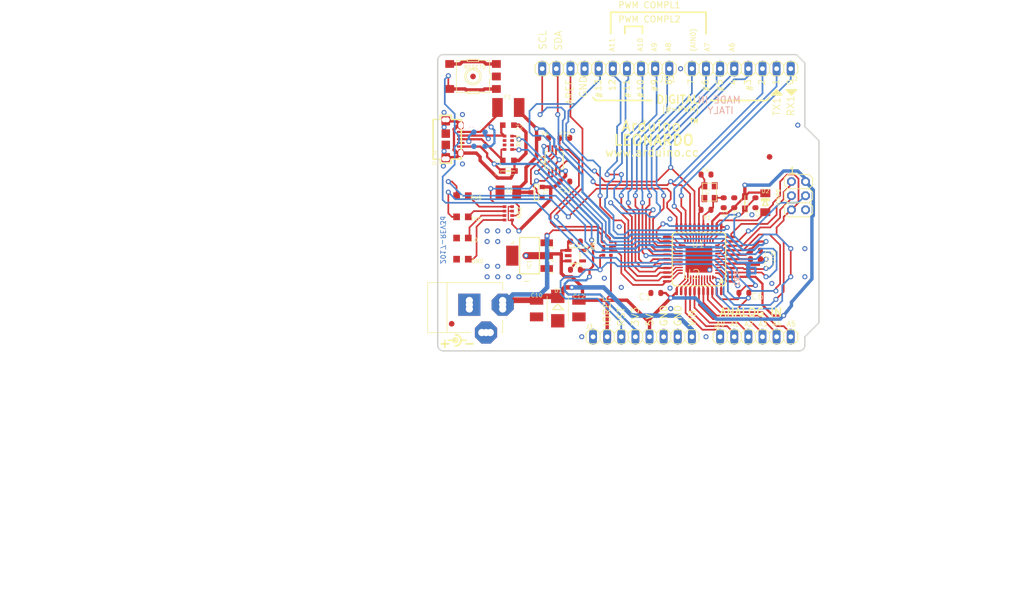
<source format=kicad_pcb>
(kicad_pcb (version 20211014) (generator pcbnew)
  (layers (0 "F.Cu" signal) (31 "B.Cu" signal) (34 "B.Paste" user) (35 "F.Paste" user) (36 "B.SilkS" user "B.Silkscreen") (37 "F.SilkS" user "F.Silkscreen") (38 "B.Mask" user) (39 "F.Mask" user) (44 "Edge.Cuts" user))
  (net 0 "")
  (net 1 "+5V")
  (net 2 "GND")
  (net 3 "AREF")
  (net 4 "RESET")
  (net 5 "VIN")
  (net 6 "SCK")
  (net 7 "N$3")
  (net 8 "D-")
  (net 9 "D+")
  (net 10 "+3V3")
  (net 11 "N$2")
  (net 12 "MISO")
  (net 13 "MOSI")
  (net 14 "XTAL2")
  (net 15 "XTAL1")
  (net 16 "RD-")
  (net 17 "RD+")
  (net 18 "UGND")
  (net 19 "XUSB")
  (net 20 "D2/SDA")
  (net 21 "IO12")
  (net 22 "D3/SCL")
  (net 23 "D1/TX")
  (net 24 "IO11*")
  (net 25 "IO9*")
  (net 26 "IO10*")
  (net 27 "A3")
  (net 28 "A2")
  (net 29 "A1")
  (net 30 "A0")
  (net 31 "A4")
  (net 32 "A5")
  (net 33 "D5*")
  (net 34 "D0/RX")
  (net 35 "VUSB")
  (net 36 "USBID")
  (net 37 "AGND")
  (net 38 "RXLED")
  (net 39 "D6*")
  (net 40 "IO13*")
  (net 41 "IO8")
  (net 42 "D7")
  (net 43 "AVCC")
  (net 44 "UCAP")
  (net 45 "5-GND")
  (net 46 "HWB")
  (net 47 "D4")
  (net 48 "TXLED")
  (net 49 "N$6")
  (net 50 "N$8")
  (net 51 "GATE_CMD")
  (net 52 "CMP")
  (net 53 "LL")
  (footprint "boardEagle:C0603-ROUND" (layer "F.Cu") (at 162.4711 99.9236)
    (fp_text reference "C4")
    (fp_text value "22p")
  )
  (footprint "boardEagle:FD-1-1.5" (layer "F.Cu") (at 116.7161 126.7936)
    (fp_text reference "FID3" hide)
    (fp_text value "DNP" hide)
  )
  (footprint "boardEagle:TP-1.00MM" (layer "F.Cu") (at 120.7111 92.3036)
    (fp_text reference "D+0")
    (fp_text value "DNP" hide)
  )
  (footprint "boardEagle:C0603-ROUND" (layer "F.Cu") (at 171.3611 105.0036 -90)
    (fp_text reference "C5")
    (fp_text value "1uF")
  )
  (footprint "boardEagle:SOT223" (layer "F.Cu") (at 130.7211 114.5286 90)
    (fp_text reference "IC1")
    (fp_text value "NCP1117ST50T3G")
  )
  (footprint "boardEagle:CHIPLED_0805" (layer "F.Cu") (at 118.6561 107.5436 90)
    (fp_text reference "TX0")
    (fp_text value "Yellow")
  )
  (footprint "" (layer "F.Cu") (at 180.2511 96.1136)
    (fp_text reference "@HOLE0" hide)
    (fp_text value "")
  )
  (footprint "boardEagle:C0603-ROUND" (layer "F.Cu") (at 138.9761 111.9886 180)
    (fp_text reference "C11")
    (fp_text value "1uF")
  )
  (footprint "boardEagle:MSOP08" (layer "F.Cu") (at 135.1661 97.3836)
    (fp_text reference "IC2")
    (fp_text value "LMV358IDGKR")
  )
  (footprint "boardEagle:C0603-ROUND" (layer "F.Cu") (at 137.0711 101.1936)
    (fp_text reference "C13")
    (fp_text value "100n")
  )
  (footprint "boardEagle:1X06" (layer "F.Cu") (at 171.3611 129.1336)
    (fp_text reference "J4")
    (fp_text value "6x1F-H8.5")
  )
  (footprint "boardEagle:CT_CN0603" (layer "F.Cu") (at 126.9111 97.3836)
    (fp_text reference "Z1")
    (fp_text value "CG0603MLC-05E")
  )
  (footprint "boardEagle:SMB" (layer "F.Cu") (at 135.8011 124.0536 -90)
    (fp_text reference "D1")
    (fp_text value "M7")
  )
  (footprint "boardEagle:C0603-ROUND" (layer "F.Cu") (at 138.9761 117.0686)
    (fp_text reference "C14")
    (fp_text value "1uF")
  )
  (footprint "boardEagle:CON2_USB_MICRO_B_AT" (layer "F.Cu") (at 115.6589 93.5736 -90)
    (fp_text reference "J1" hide)
    (fp_text value "USB Micro" hide)
  )
  (footprint "boardEagle:C0603-ROUND" (layer "F.Cu") (at 171.3611 115.1636)
    (fp_text reference "C7")
    (fp_text value "1uF")
  )
  (footprint "boardEagle:C0603-ROUND" (layer "F.Cu") (at 137.0711 93.3196 180)
    (fp_text reference "C22")
    (fp_text value "100n")
  )
  (footprint "boardEagle:CHIPLED_0805" (layer "F.Cu") (at 118.6561 111.3536 90)
    (fp_text reference "L0")
    (fp_text value "Yellow")
  )
  (footprint "boardEagle:TP-1.00MM" (layer "F.Cu") (at 122.7201 94.8436)
    (fp_text reference "VUSB0")
    (fp_text value "DNP" hide)
  )
  (footprint "boardEagle:POWERSUPPLY_DC-21MM" (layer "F.Cu") (at 119.5451 123.2916 90)
    (fp_text reference "EXTPOWER0" hide)
    (fp_text value "POWERSUPPLY_DC21MMX")
  )
  (footprint "boardEagle:0805" (layer "F.Cu") (at 126.9111 99.2886)
    (fp_text reference "L2")
    (fp_text value "MH2029-300Y")
  )
  (footprint "boardEagle:CAY16" (layer "F.Cu") (at 126.9111 94.2086 90)
    (fp_text reference "RN3")
    (fp_text value "22R")
  )
  (footprint "boardEagle:2X03" (layer "F.Cu") (at 179.1081 103.7336 -90)
    (fp_text reference "ICSP0")
    (fp_text value "ICSP")
  )
  (footprint "boardEagle:1X10" (layer "F.Cu") (at 144.4371 80.8736 180)
    (fp_text reference "JP1")
    (fp_text value "10x1F-H8.5")
  )
  (footprint "boardEagle:CAY16" (layer "F.Cu") (at 144.6911 113.2586 -90)
    (fp_text reference "RN1")
    (fp_text value "10K")
  )
  (footprint "boardEagle:FD-1-1.5" (layer "F.Cu") (at 120.5611 82.2706)
    (fp_text reference "FID1" hide)
    (fp_text value "DNP" hide)
  )
  (footprint "boardEagle:CRYSTAL-3.2-2.5" (layer "F.Cu") (at 163.1061 103.0986 -90)
    (fp_text reference "Y1")
    (fp_text value "16MHz KX-7")
  )
  (footprint "boardEagle:C0603-ROUND" (layer "F.Cu") (at 167.5511 105.0036 90)
    (fp_text reference "C2")
    (fp_text value "100n")
  )
  (footprint "" (layer "F.Cu") (at 180.2511 124.0536)
    (fp_text reference "@HOLE1" hide)
    (fp_text value "")
  )
  (footprint "boardEagle:TS42" (layer "F.Cu") (at 120.5611 82.2706 180)
    (fp_text reference "RESET0")
    (fp_text value "TS42" hide)
  )
  (footprint "boardEagle:CHIPLED_0805" (layer "F.Cu") (at 118.6561 103.7336 90)
    (fp_text reference "RX0")
    (fp_text value "Yellow")
  )
  (footprint "boardEagle:C0603-ROUND" (layer "F.Cu") (at 171.3611 113.6396 180)
    (fp_text reference "C9")
    (fp_text value "100n")
  )
  (footprint "boardEagle:C0603-ROUND" (layer "F.Cu") (at 169.2861 121.2236)
    (fp_text reference "C6")
    (fp_text value "100n")
  )
  (footprint "boardEagle:1X08" (layer "F.Cu") (at 168.8211 80.8736 180)
    (fp_text reference "J2")
    (fp_text value "8x1F-H8.5")
  )
  (footprint "boardEagle:CHIPLED_0805" (layer "F.Cu") (at 118.6561 115.1636 90)
    (fp_text reference "ON0")
    (fp_text value "Green")
  )
  (footprint "boardEagle:MINIMELF" (layer "F.Cu") (at 173.1391 105.0036 -90)
    (fp_text reference "D2")
    (fp_text value "CD1206-S01575")
  )
  (footprint "boardEagle:L1812" (layer "F.Cu") (at 126.9111 87.8586 180)
    (fp_text reference "F1")
    (fp_text value "MF-MSMF050-2 500mA")
  )
  (footprint "boardEagle:SMC_B" (layer "F.Cu") (at 126.9111 103.0986 180)
    (fp_text reference "C8")
    (fp_text value "10u")
  )
  (footprint "boardEagle:R0603-ROUND" (layer "F.Cu") (at 162.4711 106.2736)
    (fp_text reference "R1")
    (fp_text value "1M")
  )
  (footprint "boardEagle:C0603-ROUND" (layer "F.Cu") (at 165.6461 105.0036 90)
    (fp_text reference "C3")
    (fp_text value "22p")
  )
  (footprint "boardEagle:SOT-23" (layer "F.Cu") (at 131.9911 103.0986 -90)
    (fp_text reference "T1")
    (fp_text value "FDN340P")
  )
  (footprint "boardEagle:CT_CN0603" (layer "F.Cu") (at 126.9111 91.0336)
    (fp_text reference "Z2")
    (fp_text value "CG0603MLC-05E")
  )
  (footprint "boardEagle:TQFP44-PAD" (layer "F.Cu") (at 161.2011 115.1636 180)
    (fp_text reference "U2")
    (fp_text value "ATMEGA32U4-XUAU")
  )
  (footprint "boardEagle:0805" (layer "F.Cu") (at 169.4561 105.0036 -90)
    (fp_text reference "L1")
    (fp_text value "MH2029-300Y")
  )
  (footprint "boardEagle:R0603-ROUND" (layer "F.Cu") (at 133.2611 93.3196 180)
    (fp_text reference "R4")
    (fp_text value "10K")
  )
  (footprint "" (layer "F.Cu") (at 129.4511 80.8736)
    (fp_text reference "@HOLE2" hide)
    (fp_text value "")
  )
  (footprint "boardEagle:SMC_B" (layer "F.Cu") (at 139.6111 124.0536 -90)
    (fp_text reference "C12")
    (fp_text value "10u")
  )
  (footprint "boardEagle:FRAME" (layer "F.Cu") (at 114.2111 131.6736)
    (fp_text reference "FRAME1" hide)
    (fp_text value "DNP" hide)
  )
  (footprint "boardEagle:SMC_B" (layer "F.Cu") (at 131.9911 124.0536 -90)
    (fp_text reference "C10")
    (fp_text value "10u")
  )
  (footprint "boardEagle:TP-1.00MM" (layer "F.Cu") (at 122.7201 92.3036)
    (fp_text reference "D-0")
    (fp_text value "DNP" hide)
  )
  (footprint "boardEagle:QFN44ML7X7" (layer "F.Cu") (at 161.2011 115.1636 180)
    (fp_text reference "U1")
    (fp_text value "ATMEGA32U4-XUMU")
  )
  (footprint "boardEagle:C0603-ROUND" (layer "F.Cu") (at 153.4461 121.2486 180)
    (fp_text reference "C1")
    (fp_text value "100n")
  )
  (footprint "boardEagle:TP-1.00MM" (layer "F.Cu") (at 120.7111 94.8436)
    (fp_text reference "GND0")
    (fp_text value "DNP" hide)
  )
  (footprint "boardEagle:1X08" (layer "F.Cu") (at 151.0411 129.1336)
    (fp_text reference "J3")
    (fp_text value "8x1F-H8.5")
  )
  (footprint "" (layer "F.Cu") (at 128.1811 129.1336)
    (fp_text reference "@HOLE3" hide)
    (fp_text value "")
  )
  (footprint "boardEagle:CAY16" (layer "F.Cu") (at 126.9111 106.9086 90)
    (fp_text reference "RN2")
    (fp_text value "1K")
  )
  (footprint "boardEagle:FD-1-1.5" (layer "F.Cu") (at 173.9011 96.7486)
    (fp_text reference "FID2" hide)
    (fp_text value "DNP" hide)
  )
  (footprint "boardEagle:SOT23-DBV" (layer "F.Cu") (at 138.9761 114.5286 -90)
    (fp_text reference "U3")
    (fp_text value "LP2985-33DBVR")
  )
  (footprint "boardEagle:R0402" (layer "B.Cu") (at 170.0911 117.348 90)
    (fp_text reference "R2")
    (fp_text value "NM")
  )
  (footprint "boardEagle:R0402" (layer "B.Cu") (at 170.0911 116.713 90)
    (fp_text reference "R3")
    (fp_text value "NM")
  )
  (gr_line (start 147.8661 74.5236) (end 147.8661 73.2536) (layer "F.SilkS") (width 0.3048))
  (gr_line (start 152.6921 86.5886) (end 142.6591 86.5886) (layer "F.SilkS") (width 0.3048))
  (gr_line (start 145.3261 70.7136) (end 162.4711 70.7136) (layer "F.SilkS") (width 0.3048))
  (gr_line (start 178.3461 84.8106) (end 177.8381 85.3186) (layer "F.SilkS") (width 0.3048))
  (gr_line (start 177.4571 84.9376) (end 177.9651 84.9376) (layer "F.SilkS") (width 0.3048))
  (gr_arc (start 117.3861 128.7526) (mid 118.10452 129.05018) (end 118.4021 129.7686) (layer "F.SilkS") (width 0.3048))
  (gr_line (start 177.3301 84.8106) (end 178.3461 84.8106) (layer "F.SilkS") (width 0.3048))
  (gr_line (start 178.7271 84.6836) (end 176.9491 84.6836) (layer "F.SilkS") (width 0.3048))
  (gr_circle (center 117.3861 129.7686) (end 117.7877 129.7686) (layer "F.SilkS") (width 0.3048) (fill none))
  (gr_line (start 177.8381 85.3186) (end 177.4571 84.9376) (layer "F.SilkS") (width 0.3048))
  (gr_arc (start 118.4021 129.7686) (mid 118.10452 130.48702) (end 117.3861 130.7846) (layer "F.SilkS") (width 0.3048))
  (gr_line (start 175.1711 84.6836) (end 174.2821 85.5726) (layer "F.SilkS") (width 0.3048))
  (gr_line (start 175.6791 85.4456) (end 174.9171 85.4456) (layer "F.SilkS") (width 0.3048))
  (gr_line (start 174.9171 85.4456) (end 175.2981 85.1916) (layer "F.SilkS") (width 0.3048))
  (gr_line (start 176.9491 84.6836) (end 177.8381 85.5726) (layer "F.SilkS") (width 0.3048))
  (gr_line (start 175.1711 84.9376) (end 175.6791 85.4456) (layer "F.SilkS") (width 0.3048))
  (gr_line (start 151.0411 73.2536) (end 151.0411 74.5236) (layer "F.SilkS") (width 0.3048))
  (gr_line (start 177.8381 85.0646) (end 177.8381 85.1916) (layer "F.SilkS") (width 0.3048))
  (gr_line (start 116.1161 129.7686) (end 117.3861 129.7686) (layer "F.SilkS") (width 0.3048))
  (gr_line (start 118.4021 129.7686) (end 119.2911 129.7686) (layer "F.SilkS") (width 0.3048))
  (gr_line (start 114.8461 130.4036) (end 116.1161 130.4036) (layer "F.SilkS") (width 0.3048))
  (gr_line (start 174.6631 85.4456) (end 175.1711 84.9376) (layer "F.SilkS") (width 0.3048))
  (gr_line (start 142.6591 86.5886) (end 142.1511 86.0806) (layer "F.SilkS") (width 0.3048))
  (gr_line (start 119.2911 130.4036) (end 120.5611 130.4036) (layer "F.SilkS") (width 0.3048))
  (gr_line (start 173.9011 86.0806) (end 173.3931 86.5886) (layer "F.SilkS") (width 0.3048))
  (gr_line (start 173.3931 86.5886) (end 163.3601 86.5886) (layer "F.SilkS") (width 0.3048))
  (gr_line (start 147.8661 73.2536) (end 151.0411 73.2536) (layer "F.SilkS") (width 0.3048))
  (gr_line (start 177.8381 85.5726) (end 178.7271 84.6836) (layer "F.SilkS") (width 0.3048))
  (gr_line (start 141.1985 128.6506) (end 141.1986 128.6505) (layer "F.SilkS") (width 0.0508))
  (gr_line (start 174.2821 85.5726) (end 176.0601 85.5726) (layer "F.SilkS") (width 0.3048))
  (gr_line (start 115.4811 129.7686) (end 115.4811 131.0386) (layer "F.SilkS") (width 0.3048))
  (gr_line (start 162.4711 70.7136) (end 162.4711 74.5236) (layer "F.SilkS") (width 0.3048))
  (gr_line (start 145.3261 74.5236) (end 145.3261 70.7136) (layer "F.SilkS") (width 0.3048))
  (gr_line (start 176.0601 85.5726) (end 175.1711 84.6836) (layer "F.SilkS") (width 0.3048))
  (gr_line (start 180.2511 79.8576) (end 180.2511 91.2876) (layer "Edge.Cuts") (width 0.254))
  (gr_line (start 115.2111 78.3336) (end 178.7271 78.3336) (layer "Edge.Cuts") (width 0.254))
  (gr_line (start 182.7911 126.5936) (end 180.2511 129.1336) (layer "Edge.Cuts") (width 0.254))
  (gr_line (start 180.2511 91.2876) (end 182.7911 93.8276) (layer "Edge.Cuts") (width 0.254))
  (gr_line (start 114.2111 130.6736) (end 114.2111 79.3336) (layer "Edge.Cuts") (width 0.254))
  (gr_arc (start 180.2511 130.6736) (mid 179.958207 131.380707) (end 179.2511 131.6736) (layer "Edge.Cuts") (width 0.254))
  (gr_arc (start 114.2111 79.3336) (mid 114.503993 78.626493) (end 115.2111 78.3336) (layer "Edge.Cuts") (width 0.254))
  (gr_line (start 178.7271 78.3336) (end 180.2511 79.8576) (layer "Edge.Cuts") (width 0.254))
  (gr_line (start 179.2511 131.6736) (end 115.2111 131.6736) (layer "Edge.Cuts") (width 0.254))
  (gr_line (start 180.2511 129.1336) (end 180.2511 130.6736) (layer "Edge.Cuts") (width 0.254))
  (gr_arc (start 115.2111 131.6736) (mid 114.503993 131.380707) (end 114.2111 130.6736) (layer "Edge.Cuts") (width 0.254))
  (gr_line (start 182.7911 93.8276) (end 182.7911 126.5936) (layer "Edge.Cuts") (width 0.254))
  (gr_text "2017-REV3d" (at 115.6701 107.3114 -90) (layer "B.Cu") (effects (font (size 0.89408 0.89408) (thickness 0.12192)) (justify right top mirror)))
  (gr_text "ITALY" (at 167.5511 89.1286) (layer "B.SilkS") (effects (font (size 1.251712 1.251712) (thickness 0.170688)) (justify left bottom mirror)))
  (gr_text "MADE IN" (at 168.8211 87.2236) (layer "B.SilkS") (effects (font (size 1.251712 1.251712) (thickness 0.170688)) (justify left bottom mirror)))
  (gr_text "A5" (at 176.8997 127.3434) (layer "F.SilkS") (effects (font (size 0.89408 0.89408) (thickness 0.12192)) (justify left bottom)))
  (gr_text "PWM COMPL2" (at 146.5961 72.6186) (layer "F.SilkS") (effects (font (size 1.1176 1.1176) (thickness 0.1524)) (justify left bottom)))
  (gr_text "RST" (at 147.9633 127.3688 90) (layer "F.SilkS") (effects (font (size 1.28016 1.28016) (thickness 0.14224)) (justify left bottom)))
  (gr_text "1" (at 177.3625 99.8242) (layer "F.SilkS") (effects (font (size 1.0795 1.0795) (thickness 0.1905)) (justify left bottom)))
  (gr_text "3" (at 169.3291 82.6516 90) (layer "F.SilkS") (effects (font (size 1.1176 1.1176) (thickness 0.1524)) (justify right top)))
  (gr_text "#" (at 165.6461 85.0646 90) (layer "F.SilkS") (effects (font (size 0.972312 0.972312) (thickness 0.145288)) (justify left bottom)))
  (gr_text "A2" (at 169.2797 127.3434) (layer "F.SilkS") (effects (font (size 0.89408 0.89408) (thickness 0.12192)) (justify left bottom)))
  (gr_text "1" (at 174.4091 82.6516 90) (layer "F.SilkS") (effects (font (size 1.1176 1.1176) (thickness 0.1524)) (justify right top)))
  (gr_text "#" (at 148.8821 86.2076 90) (layer "F.SilkS") (effects (font (size 0.972312 0.972312) (thickness 0.145288)) (justify left bottom)))
  (gr_text "A10" (at 151.1559 77.875 90) (layer "F.SilkS") (effects (font (size 0.89408 0.89408) (thickness 0.12192)) (justify left bottom)))
  (gr_text "#" (at 143.8021 86.2076 90) (layer "F.SilkS") (effects (font (size 0.972312 0.972312) (thickness 0.145288)) (justify left bottom)))
  (gr_text "AREF" (at 138.6923 87.4908 90) (layer "F.SilkS") (effects (font (size 1.28016 1.28016) (thickness 0.14224)) (justify left bottom)))
  (gr_text "5V" (at 153.0863 127.3472 90) (layer "F.SilkS") (effects (font (size 1.251712 1.251712) (thickness 0.170688)) (justify left bottom)))
  (gr_text "#" (at 163.1061 85.0646 90) (layer "F.SilkS") (effects (font (size 0.972312 0.972312) (thickness 0.145288)) (justify left bottom)))
  (gr_text "SCL" (at 133.8663 77.5848 90) (layer "F.SilkS") (effects (font (size 1.28016 1.28016) (thickness 0.14224)) (justify left bottom)))
  (gr_text "TM" (at 159.4231 90.7796) (layer "F.SilkS") (effects (font (size 0.8128 0.8128) (thickness 0.2032)) (justify left bottom)))
  (gr_text "A6" (at 167.6659 77.875 90) (layer "F.SilkS") (effects (font (size 0.89408 0.89408) (thickness 0.12192)) (justify left bottom)))
  (gr_text "-" (at 129.4511 119.7356) (layer "F.SilkS") (effects (font (size 1.1176 1.1176) (thickness 0.1524)) (justify left bottom)))
  (gr_text "RX1" (at 178.4731 89.5096 90) (layer "F.SilkS") (effects (font (size 1.28016 1.28016) (thickness 0.14224)) (justify left bottom)))
  (gr_text "GND" (at 158.1663 127.3472 90) (layer "F.SilkS") (effects (font (size 1.251712 1.251712) (thickness 0.170688)) (justify left bottom)))
  (gr_text "8" (at 155.1051 82.6516 90) (layer "F.SilkS") (effects (font (size 1.1176 1.1176) (thickness 0.1524)) (justify right top)))
  (gr_text "A7" (at 163.2209 77.875 90) (layer "F.SilkS") (effects (font (size 0.89408 0.89408) (thickness 0.12192)) (justify left bottom)))
  (gr_text "[#=PWM]" (at 154.4701 88.7476) (layer "F.SilkS") (effects (font (size 0.972312 0.972312) (thickness 0.145288)) (justify left bottom)))
  (gr_text "0" (at 176.9491 82.6516 90) (layer "F.SilkS") (effects (font (size 1.1176 1.1176) (thickness 0.1524)) (justify right top)))
  (gr_text "ANALOG IN" (at 164.7571 125.5776) (layer "F.SilkS") (effects (font (size 1.42494 1.42494) (thickness 0.25146)) (justify left bottom)))
  (gr_text "2" (at 171.8691 82.6516 90) (layer "F.SilkS") (effects (font (size 1.1176 1.1176) (thickness 0.1524)) (justify right top)))
  (gr_text "A3" (at 171.8197 127.3434) (layer "F.SilkS") (effects (font (size 0.89408 0.89408) (thickness 0.12192)) (justify left bottom)))
  (gr_text "A1" (at 166.7397 127.3434) (layer "F.SilkS") (effects (font (size 0.89408 0.89408) (thickness 0.12192)) (justify left bottom)))
  (gr_text "VIN" (at 160.7063 127.3472 90) (layer "F.SilkS") (effects (font (size 1.251712 1.251712) (thickness 0.170688)) (justify left bottom)))
  (gr_text "11" (at 147.4851 82.6516 90) (layer "F.SilkS") (effects (font (size 1.1176 1.1176) (thickness 0.1524)) (justify right top)))
  (gr_text "A11" (at 146.0759 77.875 90) (layer "F.SilkS") (effects (font (size 0.89408 0.89408) (thickness 0.12192)) (justify left bottom)))
  (gr_text "5" (at 164.2491 82.6516 90) (layer "F.SilkS") (effects (font (size 1.1176 1.1176) (thickness 0.1524)) (justify right top)))
  (gr_text "#" (at 151.2951 86.2076 90) (layer "F.SilkS") (effects (font (size 0.972312 0.972312) (thickness 0.145288)) (justify left bottom)))
  (gr_text "TX1" (at 175.9287 89.4974 90) (layer "F.SilkS") (effects (font (size 1.28016 1.28016) (thickness 0.14224)) (justify left bottom)))
  (gr_text "9" (at 152.5651 82.6516 90) (layer "F.SilkS") (effects (font (size 1.1176 1.1176) (thickness 0.1524)) (justify right top)))
  (gr_text "LEONARDO" (at 145.7071 94.8436) (layer "F.SilkS") (effects (font (size 1.85674 1.85674) (thickness 0.32766)) (justify left bottom)))
  (gr_text "#" (at 153.8351 85.0646 90) (layer "F.SilkS") (effects (font (size 0.972312 0.972312) (thickness 0.145288)) (justify left bottom)))
  (gr_text "A9" (at 153.6959 77.875 90) (layer "F.SilkS") (effects (font (size 0.89408 0.89408) (thickness 0.12192)) (justify left bottom)))
  (gr_text "4" (at 166.7891 82.6516 90) (layer "F.SilkS") (effects (font (size 1.1176 1.1176) (thickness 0.1524)) (justify right top)))
  (gr_text "PWM COMPL1" (at 146.5961 70.0786) (layer "F.SilkS") (effects (font (size 1.1176 1.1176) (thickness 0.1524)) (justify left bottom)))
  (gr_text "A0" (at 164.1997 127.3434) (layer "F.SilkS") (effects (font (size 0.89408 0.89408) (thickness 0.12192)) (justify left bottom)))
  (gr_text "7" (at 159.1691 82.6516 90) (layer "F.SilkS") (effects (font (size 1.1176 1.1176) (thickness 0.1524)) (justify right top)))
  (gr_text "A8" (at 156.2359 77.875 90) (layer "F.SilkS") (effects (font (size 0.89408 0.89408) (thickness 0.12192)) (justify left bottom)))
  (gr_text "GND" (at 155.6263 127.3472 90) (layer "F.SilkS") (effects (font (size 1.251712 1.251712) (thickness 0.170688)) (justify left bottom)))
  (gr_text "13" (at 142.4051 82.6516 90) (layer "F.SilkS") (effects (font (size 1.1176 1.1176) (thickness 0.1524)) (justify right top)))
  (gr_text "3V3" (at 150.5033 127.3688 90) (layer "F.SilkS") (effects (font (size 1.28016 1.28016) (thickness 0.14224)) (justify left bottom)))
  (gr_text "SDA" (at 136.6603 77.7118 90) (layer "F.SilkS") (effects (font (size 1.28016 1.28016) (thickness 0.14224)) (justify left bottom)))
  (gr_text "(AIN0)" (at 160.6809 77.875 90) (layer "F.SilkS") (effects (font (size 0.89408 0.89408) (thickness 0.12192)) (justify left bottom)))
  (gr_text "#" (at 170.8531 84.9376 90) (layer "F.SilkS") (effects (font (size 0.972312 0.972312) (thickness 0.145288)) (justify left bottom)))
  (gr_text "10" (at 150.0251 82.6516 90) (layer "F.SilkS") (effects (font (size 1.1176 1.1176) (thickness 0.1524)) (justify right top)))
  (gr_text "A4" (at 174.3597 127.3434) (layer "F.SilkS") (effects (font (size 0.89408 0.89408) (thickness 0.12192)) (justify left bottom)))
  (gr_text "IOREF" (at 145.4233 127.3688 90) (layer "F.SilkS") (effects (font (size 1.28016 1.28016) (thickness 0.14224)) (justify left bottom)))
  (gr_text "DIGITAL" (at 153.3635 87.2594) (layer "F.SilkS") (effects (font (size 1.42494 1.42494) (thickness 0.25146)) (justify left bottom)))
  (gr_text "GND" (at 141.1161 86.1954 90) (layer "F.SilkS") (effects (font (size 1.28016 1.28016) (thickness 0.14224)) (justify left bottom)))
  (gr_text "Arduino" (at 147.1041 92.3036) (layer "F.SilkS") (effects (font (size 1.922272 1.922272) (thickness 0.262128)) (justify left bottom)))
  (gr_text "www.arduino.cc" (at 144.2049 96.8136) (layer "F.SilkS") (effects (font (size 1.475232 1.475232) (thickness 0.201168)) (justify left bottom)))
  (gr_text "6" (at 161.7091 82.6516 90) (layer "F.SilkS") (effects (font (size 1.1176 1.1176) (thickness 0.1524)) (justify right top)))
  (gr_text "12" (at 144.9451 82.6516 90) (layer "F.SilkS") (effects (font (size 1.1176 1.1176) (thickness 0.1524)) (justify right top)))
  (segment (start 170.1831 103.1766) (end 172.9631 103.1766) (width 0.4064) (layer "F.Cu") (net 1))
  (segment (start 139.2061 122.5536) (end 139.6111 122.5536) (width 0.4064) (layer "F.Cu") (net 1))
  (segment (start 145.3661 121.4736) (end 145.3661 114.4586) (width 0.3048) (layer "F.Cu") (net 1))
  (segment (start 133.3011 94.8436) (end 134.1901 94.8436) (width 0.3048) (layer "F.Cu") (net 1))
  (segment (start 166.3319 118.3386) (end 165.1569 117.1636) (width 0.254) (layer "F.Cu") (net 1))
  (segment (start 163.6011 110.2236) (end 162.7011 111.1236) (width 0.254) (layer "F.Cu") (net 1))
  (segment (start 156.1211 122.1486) (end 157.2011 121.0686) (width 0.4064) (layer "F.Cu") (net 1))
  (segment (start 169.4561 103.9036) (end 167.7061 105.6536) (width 0.4064) (layer "F.Cu") (net 1))
  (segment (start 128.8161 110.0836) (end 134.5311 104.3686) (width 0.6096) (layer "F.Cu") (net 1))
  (segment (start 171.3611 118.3386) (end 166.9761 118.3386) (width 0.4064) (layer "F.Cu") (net 1))
  (segment (start 173.0121 103.2256) (end 173.1391 103.3036) (width 0.4064) (layer "F.Cu") (net 1))
  (segment (start 169.4561 103.9036) (end 170.1831 103.1766) (width 0.4064) (layer "F.Cu") (net 1))
  (segment (start 167.5511 105.8926) (end 166.2961 106.9086) (width 0.4064) (layer "F.Cu") (net 1))
  (segment (start 137.6761 112.0036) (end 138.0871 111.9886) (width 0.4064) (layer "F.Cu") (net 1))
  (segment (start 138.3411 118.3386) (end 137.0711 118.3386) (width 0.6096) (layer "F.Cu") (net 1))
  (segment (start 128.8161 110.0836) (end 127.5861 108.8536) (width 0.3048) (layer "F.Cu") (net 1))
  (segment (start 126.9111 106.5086) (end 127.5861 106.5086) (width 0.2032) (layer "F.Cu") (net 1))
  (segment (start 134.5311 104.3686) (end 134.5311 102.4128) (width 0.6096) (layer "F.Cu") (net 1))
  (segment (start 162.7011 111.1236) (end 162.7011 111.8886) (width 0.254) (layer "F.Cu") (net 1))
  (segment (start 134.1399 114.2086) (end 133.8199 114.5286) (width 0.6096) (layer "F.Cu") (net 1))
  (segment (start 136.4361 115.5446) (end 136.4361 114.2086) (width 0.6096) (layer "F.Cu") (net 1))
  (segment (start 157.2011 120.9636) (end 157.2011 120.2812) (width 0.254) (layer "F.Cu") (net 1))
  (segment (start 136.4361 117.7036) (end 136.4361 115.5446) (width 0.6096) (layer "F.Cu") (net 1))
  (segment (start 157.2011 121.0686) (end 157.2011 120.9636) (width 0.4064) (layer "F.Cu") (net 1))
  (segment (start 155.2211 121.2486) (end 156.1211 122.1486) (width 0.4064) (layer "F.Cu") (net 1))
  (segment (start 166.9761 118.3386) (end 167.0011 118.3636) (width 0.3048) (layer "F.Cu") (net 1))
  (segment (start 148.2711 122.5536) (end 152.3111 126.5936) (width 0.6096) (layer "F.Cu") (net 1))
  (segment (start 127.5861 108.8536) (end 127.5861 108.1086) (width 0.3048) (layer "F.Cu") (net 1))
  (segment (start 163.6011 109.3636) (end 163.6011 110.2236) (width 0.254) (layer "F.Cu") (net 1))
  (segment (start 144.6911 122.1486) (end 145.3661 121.4736) (width 0.3048) (layer "F.Cu") (net 1))
  (segment (start 144.6911 122.5536) (end 144.6911 129.1336) (width 0.6096) (layer "F.Cu") (net 1))
  (segment (start 165.1569 117.1636) (end 164.4761 117.1636) (width 0.254) (layer "F.Cu") (net 1))
  (segment (start 139.2061 122.5536) (end 140.2461 121.5136) (width 0.6096) (layer "F.Cu") (net 1))
  (segment (start 174.5361 125.3236) (end 172.6311 123.4186) (width 0.4064) (layer "F.Cu") (net 1))
  (segment (start 126.9111 106.5086) (end 126.9111 105.7086) (width 0.2032) (layer "F.Cu") (net 1))
  (segment (start 140.2461 121.5136) (end 140.2461 120.2436) (width 0.6096) (layer "F.Cu") (net 1))
  (segment (start 136.4361 114.2086) (end 136.4361 113.5786) (width 0.4064) (layer "F.Cu") (net 1))
  (segment (start 165.0111 106.9086) (end 163.6011 108.3186) (width 0.4064) (layer "F.Cu") (net 1))
  (segment (start 176.4411 125.3236) (end 174.5361 125.3236) (width 0.4064) (layer "F.Cu") (net 1))
  (segment (start 157.2011 120.2812) (end 158.7011 118.7812) (width 0.254) (layer "F.Cu") (net 1))
  (segment (start 134.2771 102.1588) (end 135.2169 102.1588) (width 0.6096) (layer "F.Cu") (net 1))
  (segment (start 126.9111 105.7086) (end 127.5861 105.7086) (width 0.2032) (layer "F.Cu") (net 1))
  (segment (start 163.6011 108.3186) (end 163.6011 109.3636) (width 0.4064) (layer "F.Cu") (net 1))
  (segment (start 158.7011 118.7812) (end 158.7011 118.4386) (width 0.254) (layer "F.Cu") (net 1))
  (segment (start 172.9631 103.1766) (end 173.0121 103.2256) (width 0.4064) (layer "F.Cu") (net 1))
  (segment (start 169.4561 101.8286) (end 169.4561 103.9036) (width 0.6096) (layer "F.Cu") (net 1))
  (segment (start 154.3351 121.2486) (end 155.2211 121.2486) (width 0.4064) (layer "F.Cu") (net 1))
  (segment (start 166.9761 118.3386) (end 166.3319 118.3386) (width 0.254) (layer "F.Cu") (net 1))
  (segment (start 127.5161 108.1786) (end 126.9111 108.1786) (width 0.2032) (layer "F.Cu") (net 1))
  (segment (start 172.6311 123.4186) (end 172.6311 119.6086) (width 0.4064) (layer "F.Cu") (net 1))
  (segment (start 167.7061 105.6536) (end 167.5511 105.8926) (width 0.4064) (layer "F.Cu") (net 1))
  (segment (start 144.6911 122.5536) (end 144.6911 122.1486) (width 0.3048) (layer "F.Cu") (net 1))
  (segment (start 134.5311 102.4128) (end 134.2771 102.1588) (width 0.6096) (layer "F.Cu") (net 1))
  (segment (start 136.4361 113.5786) (end 137.6761 113.5786) (width 0.4064) (layer "F.Cu") (net 1))
  (segment (start 166.2961 106.9086) (end 165.0111 106.9086) (width 0.4064) (layer "F.Cu") (net 1))
  (segment (start 152.3111 126.5936) (end 152.3111 125.9586) (width 0.6096) (layer "F.Cu") (net 1))
  (segment (start 139.6111 122.5536) (end 144.6911 122.5536) (width 0.6096) (layer "F.Cu") (net 1))
  (segment (start 134.2771 102.1588) (end 133.0071 102.1588) (width 0.6096) (layer "F.Cu") (net 1))
  (segment (start 140.2461 120.2436) (end 138.3411 118.3386) (width 0.6096) (layer "F.Cu") (net 1))
  (segment (start 152.3111 126.5936) (end 152.3111 129.1336) (width 0.6096) (layer "F.Cu") (net 1))
  (segment (start 137.1981 100.1776) (end 137.1981 99.2886) (width 0.6096) (layer "F.Cu") (net 1))
  (segment (start 172.6311 119.6086) (end 171.3611 118.3386) (width 0.4064) (layer "F.Cu") (net 1))
  (segment (start 144.6911 122.5536) (end 148.2711 122.5536) (width 0.6096) (layer "F.Cu") (net 1))
  (segment (start 137.0711 118.3386) (end 136.4361 117.7036) (width 0.6096) (layer "F.Cu") (net 1))
  (segment (start 126.9111 108.1786) (end 126.9111 106.5086) (width 0.2032) (layer "F.Cu") (net 1))
  (segment (start 136.4361 115.5446) (end 137.6761 115.4786) (width 0.4064) (layer "F.Cu") (net 1))
  (segment (start 137.6761 113.5786) (end 137.6761 112.0036) (width 0.4064) (layer "F.Cu") (net 1))
  (segment (start 152.3111 125.9586) (end 156.1211 122.1486) (width 0.6096) (layer "F.Cu") (net 1))
  (segment (start 135.2169 102.1588) (end 136.1821 101.1936) (width 0.6096) (layer "F.Cu") (net 1))
  (segment (start 134.1901 94.8436) (end 134.1901 95.2716) (width 0.3048) (layer "F.Cu") (net 1))
  (segment (start 136.4361 114.2086) (end 134.1399 114.2086) (width 0.6096) (layer "F.Cu") (net 1))
  (segment (start 130.0861 114.5286) (end 133.8199 114.5286) (width 1.27) (layer "F.Cu") (net 1))
  (segment (start 136.1821 101.1936) (end 137.1981 100.1776) (width 0.6096) (layer "F.Cu") (net 1))
  (segment (start 127.5861 108.1086) (end 127.5161 108.1786) (width 0.3048) (layer "F.Cu") (net 1))
  (via (at 137.1981 99.2886) (size 0.9) (drill 0.5) (layers "F.Cu" "B.Cu") (net 1))
  (via (at 169.4561 101.8286) (size 0.9) (drill 0.5) (layers "F.Cu" "B.Cu") (net 1))
  (via (at 126.9111 118.3386) (size 0.9) (drill 0.5) (layers "F.Cu" "B.Cu") (net 1))
  (via (at 125.0011 116.4386) (size 0.9) (drill 0.5) (layers "F.Cu" "B.Cu") (net 1))
  (via (at 123.1011 111.9836) (size 0.9) (drill 0.5) (layers "F.Cu" "B.Cu") (net 1))
  (via (at 128.8161 118.3386) (size 0.9) (drill 0.5) (layers "F.Cu" "B.Cu") (net 1))
  (via (at 128.8161 110.0836) (size 0.9) (drill 0.5) (layers "F.Cu" "B.Cu") (net 1))
  (via (at 125.0061 118.3386) (size 0.9) (drill 0.5) (layers "F.Cu" "B.Cu") (net 1))
  (via (at 123.1011 116.4386) (size 0.9) (drill 0.5) (layers "F.Cu" "B.Cu") (net 1))
  (via (at 130.0861 114.5286) (size 0.9) (drill 0.5) (layers "F.Cu" "B.Cu") (net 1))
  (via (at 123.1011 110.0836) (size 0.9) (drill 0.5) (layers "F.Cu" "B.Cu") (net 1))
  (via (at 123.1011 118.3386) (size 0.9) (drill 0.5) (layers "F.Cu" "B.Cu") (net 1))
  (via (at 133.3011 94.8436) (size 0.9) (drill 0.5) (layers "F.Cu" "B.Cu") (net 1))
  (via (at 156.1211 122.1486) (size 0.9) (drill 0.5) (layers "F.Cu" "B.Cu") (net 1))
  (via (at 176.4411 125.3236) (size 0.9) (drill 0.5) (layers "F.Cu" "B.Cu") (net 1))
  (via (at 126.9111 110.0836) (size 0.9) (drill 0.5) (layers "F.Cu" "B.Cu") (net 1))
  (via (at 125.0061 110.0836) (size 0.9) (drill 0.5) (layers "F.Cu" "B.Cu") (net 1))
  (via (at 125.0061 111.9836) (size 0.9) (drill 0.5) (layers "F.Cu" "B.Cu") (net 1))
  (segment (start 173.9011 101.8286) (end 169.4561 101.8286) (width 0.6096) (layer "B.Cu") (net 1))
  (segment (start 175.8061 125.9586) (end 176.4411 125.3236) (width 0.6096) (layer "B.Cu") (net 1))
  (segment (start 133.2611 95.1376) (end 133.3011 94.8436) (width 0.4064) (layer "B.Cu") (net 1))
  (segment (start 136.4361 99.2886) (end 133.2611 96.1136) (width 0.4064) (layer "B.Cu") (net 1))
  (segment (start 156.1211 122.1486) (end 160.5661 122.1486) (width 0.6096) (layer "B.Cu") (net 1))
  (segment (start 181.7751 107.2896) (end 181.7751 102.7176) (width 0.6096) (layer "B.Cu") (net 1))
  (segment (start 177.8381 122.9106) (end 181.5211 118.7196) (width 0.6096) (layer "B.Cu") (net 1))
  (segment (start 180.2511 100.5586) (end 178.9811 99.2886) (width 0.6096) (layer "B.Cu") (net 1))
  (segment (start 181.5211 118.7196) (end 181.5211 107.5436) (width 0.6096) (layer "B.Cu") (net 1))
  (segment (start 133.2611 96.1136) (end 133.2611 95.1376) (width 0.4064) (layer "B.Cu") (net 1))
  (segment (start 164.3761 125.9586) (end 175.8061 125.9586) (width 0.6096) (layer "B.Cu") (net 1))
  (segment (start 178.9811 99.2886) (end 176.4411 99.2886) (width 0.6096) (layer "B.Cu") (net 1))
  (segment (start 176.4411 125.3236) (end 177.8381 123.5456) (width 0.6096) (layer "B.Cu") (net 1))
  (segment (start 160.5661 122.1486) (end 164.3761 125.9586) (width 0.6096) (layer "B.Cu") (net 1))
  (segment (start 181.5211 107.5436) (end 181.7751 107.2896) (width 0.6096) (layer "B.Cu") (net 1))
  (segment (start 181.7751 102.7176) (end 180.3781 101.1936) (width 0.6096) (layer "B.Cu") (net 1))
  (segment (start 180.3781 101.1936) (end 180.2511 100.5586) (width 0.6096) (layer "B.Cu") (net 1))
  (segment (start 176.4411 99.2886) (end 173.9011 101.8286) (width 0.6096) (layer "B.Cu") (net 1))
  (segment (start 177.8381 123.5456) (end 177.8381 122.9106) (width 0.6096) (layer "B.Cu") (net 1))
  (segment (start 137.1981 99.2886) (end 136.4361 99.2886) (width 0.4064) (layer "B.Cu") (net 1))
  (segment (start 158.5487 112.6636) (end 157.9261 112.6636) (width 0.2794) (layer "F.Cu") (net 2))
  (segment (start 136.1401 99.4966) (end 136.1401 98.6956) (width 0.3048) (layer "F.Cu") (net 2))
  (segment (start 118.6561 79.6036) (end 122.4661 79.6036) (width 0.6096) (layer "F.Cu") (net 2))
  (segment (start 121.8311 97.3836) (end 125.0061 100.5586) (width 0.6096) (layer "F.Cu") (net 2))
  (segment (start 158.9659 112.9284) (end 158.8135 112.9284) (width 0.3048) (layer "F.Cu") (net 2))
  (segment (start 127.3761 100.5586) (end 128.0111 99.2886) (width 0.6096) (layer "F.Cu") (net 2))
  (segment (start 161.2011 115.1636) (end 158.9659 112.9284) (width 0.3048) (layer "F.Cu") (net 2))
  (segment (start 130.0861 92.3036) (end 128.8161 91.0336) (width 0.6096) (layer "F.Cu") (net 2))
  (segment (start 118.3513 91.0844) (end 117.5385 90.2716) (width 0.6096) (layer "F.Cu") (net 2))
  (segment (start 122.4661 79.6036) (end 122.8831 80.0206) (width 0.6096) (layer "F.Cu") (net 2))
  (segment (start 128.8161 91.0336) (end 127.9111 91.0336) (width 0.6096) (layer "F.Cu") (net 2))
  (segment (start 162.8011 110.287) (end 162.8011 109.3636) (width 0.2794) (layer "F.Cu") (net 2))
  (segment (start 158.0011 120.2686) (end 159.2011 119.0686) (width 0.2794) (layer "F.Cu") (net 2))
  (segment (start 156.4261 111.1636) (end 155.4011 111.1636) (width 0.254) (layer "F.Cu") (net 2))
  (segment (start 118.2751 95.9866) (end 117.6401 95.9866) (width 0.6096) (layer "F.Cu") (net 2))
  (segment (start 122.8831 80.0206) (end 124.7611 80.0206) (width 0.6096) (layer "F.Cu") (net 2))
  (segment (start 115.6589 96.8756) (end 117.5385 96.8756) (width 0.6096) (layer "F.Cu") (net 2))
  (segment (start 117.1321 95.4786) (end 117.1321 91.7956) (width 0.4064) (layer "F.Cu") (net 2))
  (segment (start 159.2011 119.0686) (end 159.2011 118.4386) (width 0.2794) (layer "F.Cu") (net 2))
  (segment (start 162.2011 114.1636) (end 162.2011 111.8886) (width 0.2794) (layer "F.Cu") (net 2))
  (segment (start 158.8135 112.9284) (end 158.5487 112.6636) (width 0.3048) (layer "F.Cu") (net 2))
  (segment (start 117.5385 96.8756) (end 118.3513 96.0628) (width 0.6096) (layer "F.Cu") (net 2))
  (segment (start 117.6401 95.9866) (end 117.1321 95.4786) (width 0.6096) (layer "F.Cu") (net 2))
  (segment (start 116.3611 80.0206) (end 118.2391 80.0206) (width 0.6096) (layer "F.Cu") (net 2))
  (segment (start 125.0061 100.5586) (end 127.3761 100.5586) (width 0.6096) (layer "F.Cu") (net 2))
  (segment (start 138.0871 117.0686) (end 138.9761 115.7836) (width 0.4064) (layer "F.Cu") (net 2))
  (segment (start 159.2011 118.4386) (end 159.2011 117.1636) (width 0.2794) (layer "F.Cu") (net 2))
  (segment (start 118.3513 96.0628) (end 118.2751 95.9866) (width 0.3048) (layer "F.Cu") (net 2))
  (segment (start 136.1401 98.6956) (end 137.3251 97.5106) (width 0.3048) (layer "F.Cu") (net 2))
  (segment (start 118.2391 80.0206) (end 118.6561 79.6036) (width 0.6096) (layer "F.Cu") (net 2))
  (segment (start 159.2011 117.1636) (end 161.2011 115.1636) (width 0.3048) (layer "F.Cu") (net 2))
  (segment (start 162.2011 111.8886) (end 162.2011 110.887) (width 0.2794) (layer "F.Cu") (net 2))
  (segment (start 121.8311 96.7486) (end 121.8311 97.3836) (width 0.6096) (layer "F.Cu") (net 2))
  (segment (start 128.0111 99.2886) (end 128.0111 97.4836) (width 0.4064) (layer "F.Cu") (net 2))
  (segment (start 162.2011 110.887) (end 162.8011 110.287) (width 0.2794) (layer "F.Cu") (net 2))
  (segment (start 128.8161 97.3836) (end 130.0861 96.1136) (width 0.6096) (layer "F.Cu") (net 2))
  (segment (start 128.0111 97.4836) (end 127.9111 97.3836) (width 0.4064) (layer "F.Cu") (net 2))
  (segment (start 158.0011 120.9636) (end 158.0011 120.2686) (width 0.2794) (layer "F.Cu") (net 2))
  (segment (start 121.1453 96.0628) (end 121.8311 96.7486) (width 0.6096) (layer "F.Cu") (net 2))
  (segment (start 117.5385 90.2716) (end 115.6589 90.2716) (width 0.6096) (layer "F.Cu") (net 2))
  (segment (start 127.9111 97.3836) (end 128.8161 97.3836) (width 0.6096) (layer "F.Cu") (net 2))
  (segment (start 117.8433 91.0844) (end 118.3513 91.0844) (width 0.6096) (layer "F.Cu") (net 2))
  (segment (start 161.2011 115.1636) (end 162.2011 114.1636) (width 0.3048) (layer "F.Cu") (net 2))
  (segment (start 130.0861 96.1136) (end 130.0861 92.3036) (width 0.6096) (layer "F.Cu") (net 2))
  (segment (start 118.3513 96.0628) (end 121.1453 96.0628) (width 0.6096) (layer "F.Cu") (net 2))
  (segment (start 157.9261 112.6636) (end 156.4261 111.1636) (width 0.254) (layer "F.Cu") (net 2))
  (segment (start 117.1321 91.7956) (end 117.8433 91.0844) (width 0.6096) (layer "F.Cu") (net 2))
  (segment (start 161.2011 115.1636) (end 163.1061 117.0686) (width 0.3048) (layer "F.Cu") (net 2))
  (segment (start 137.3251 97.5106) (end 137.7061 97.5106) (width 0.3048) (layer "F.Cu") (net 2))
  (via (at 138.4681 92.0496) (size 0.9) (drill 0.5) (layers "F.Cu" "B.Cu") (net 2))
  (via (at 170.7261 107.1626) (size 0.9) (drill 0.5) (layers "F.Cu" "B.Cu") (net 2))
  (via (at 180.2511 118.3386) (size 0.9) (drill 0.5) (layers "F.Cu" "B.Cu") (net 2))
  (via (at 157.8991 80.8736) (size 0.9) (drill 0.5) (layers "F.Cu" "B.Cu") (net 2))
  (via (at 174.3075 119.5324) (size 0.9) (drill 0.5) (layers "F.Cu" "B.Cu") (net 2))
  (via (at 144.1831 118.5926) (size 0.9) (drill 0.5) (layers "F.Cu" "B.Cu") (net 2))
  (via (at 115.3541 88.7476) (size 0.9) (drill 0.5) (layers "F.Cu" "B.Cu") (net 2))
  (via (at 162.4711 129.1336) (size 0.9) (drill 0.5) (layers "F.Cu" "B.Cu") (net 2))
  (via (at 118.6561 89.1286) (size 0.9) (drill 0.5) (layers "F.Cu" "B.Cu") (net 2))
  (via (at 155.9941 120.3706) (size 0.9) (drill 0.5) (layers "F.Cu" "B.Cu") (net 2))
  (via (at 115.3541 91.4146) (size 0.9) (drill 0.5) (layers "F.Cu" "B.Cu") (net 2))
  (via (at 147.2311 120.2436) (size 0.9) (drill 0.5) (layers "F.Cu" "B.Cu") (net 2))
  (via (at 118.6561 98.0186) (size 0.9) (drill 0.5) (layers "F.Cu" "B.Cu") (net 2))
  (via (at 156.1211 124.0536) (size 0.9) (drill 0.5) (layers "F.Cu" "B.Cu") (net 2))
  (via (at 180.2511 113.2586) (size 0.9) (drill 0.5) (layers "F.Cu" "B.Cu") (net 2))
  (via (at 140.1191 129.1336) (size 0.9) (drill 0.5) (layers "F.Cu" "B.Cu") (net 2))
  (via (at 115.2271 98.3996) (size 0.9) (drill 0.5) (layers "F.Cu" "B.Cu") (net 2))
  (via (at 163.1061 117.0686) (size 0.9) (drill 0.5) (layers "F.Cu" "B.Cu") (net 2))
  (via (at 155.9941 107.9246) (size 0.9) (drill 0.5) (layers "F.Cu" "B.Cu") (net 2))
  (via (at 178.9811 91.0336) (size 0.9) (drill 0.5) (layers "F.Cu" "B.Cu") (net 2))
  (via (at 146.8501 109.3216) (size 0.9) (drill 0.5) (layers "F.Cu" "B.Cu") (net 2))
  (via (at 115.3541 95.7326) (size 0.9) (drill 0.5) (layers "F.Cu" "B.Cu") (net 2))
  (segment (start 170.0911 117.363) (end 170.0911 116.698) (width 0.4064) (layer "B.Cu") (net 2))
  (segment (start 170.0911 116.698) (end 171.3611 116.698) (width 0.4064) (layer "B.Cu") (net 2))
  (segment (start 171.3611 117.7036) (end 171.3611 116.698) (width 0.4064) (layer "B.Cu") (net 2))
  (segment (start 170.0911 117.7036) (end 171.3611 117.7036) (width 0.4064) (layer "B.Cu") (net 2))
  (segment (start 170.0911 117.363) (end 170.0911 117.7036) (width 0.4064) (layer "B.Cu") (net 2))
  (segment (start 162.7011 119.356) (end 162.7011 118.4386) (width 0.254) (layer "F.Cu") (net 3))
  (segment (start 168.1861 124.0536) (end 170.0911 122.1486) (width 0.3048) (layer "F.Cu") (net 3))
  (segment (start 165.6461 124.0536) (end 168.1861 124.0536) (width 0.3048) (layer "F.Cu") (net 3))
  (segment (start 140.2461 91.6686) (end 138.0871 89.5096) (width 0.3048) (layer "F.Cu") (net 3))
  (segment (start 165.6461 124.0536) (end 163.6011 122.0086) (width 0.3048) (layer "F.Cu") (net 3))
  (segment (start 170.0911 122.1486) (end 170.0911 121.3076) (width 0.3048) (layer "F.Cu") (net 3))
  (segment (start 163.6011 122.0086) (end 163.6011 120.9636) (width 0.3048) (layer "F.Cu") (net 3))
  (segment (start 140.2461 102.3366) (end 140.2461 91.6686) (width 0.3048) (layer "F.Cu") (net 3))
  (segment (start 135.5471 107.0356) (end 140.2461 102.3366) (width 0.3048) (layer "F.Cu") (net 3))
  (segment (start 135.5471 107.5436) (end 135.5471 107.0356) (width 0.3048) (layer "F.Cu") (net 3))
  (segment (start 163.6011 120.256) (end 162.7011 119.356) (width 0.254) (layer "F.Cu") (net 3))
  (segment (start 163.6011 120.9636) (end 163.6011 120.256) (width 0.254) (layer "F.Cu") (net 3))
  (segment (start 138.0871 89.5096) (end 138.0871 80.8736) (width 0.3048) (layer "F.Cu") (net 3))
  (segment (start 170.0911 121.3076) (end 170.1751 121.2236) (width 0.3048) (layer "F.Cu") (net 3))
  (via (at 170.0911 122.1486) (size 0.9) (drill 0.5) (layers "F.Cu" "B.Cu") (net 3))
  (via (at 135.5471 107.5436) (size 0.9) (drill 0.5) (layers "F.Cu" "B.Cu") (net 3))
  (segment (start 146.3421 114.9096) (end 147.2311 115.7986) (width 0.3048) (layer "B.Cu") (net 3))
  (segment (start 167.5511 122.1486) (end 170.0911 122.1486) (width 0.3048) (layer "B.Cu") (net 3))
  (segment (start 153.5811 115.7986) (end 154.0891 115.2906) (width 0.3048) (layer "B.Cu") (net 3))
  (segment (start 135.5471 107.9246) (end 142.5321 114.9096) (width 0.3048) (layer "B.Cu") (net 3))
  (segment (start 163.9951 115.2906) (end 166.4081 117.7036) (width 0.3048) (layer "B.Cu") (net 3))
  (segment (start 147.2311 115.7986) (end 153.5811 115.7986) (width 0.3048) (layer "B.Cu") (net 3))
  (segment (start 135.5471 107.5436) (end 135.5471 107.9246) (width 0.3048) (layer "B.Cu") (net 3))
  (segment (start 142.5321 114.9096) (end 146.3421 114.9096) (width 0.3048) (layer "B.Cu") (net 3))
  (segment (start 154.0891 115.2906) (end 163.9951 115.2906) (width 0.3048) (layer "B.Cu") (net 3))
  (segment (start 166.4081 117.7036) (end 166.4081 121.0056) (width 0.3048) (layer "B.Cu") (net 3))
  (segment (start 166.4081 121.0056) (end 167.5511 122.1486) (width 0.3048) (layer "B.Cu") (net 3))
  (segment (start 176.4411 107.5436) (end 177.8381 106.2736) (width 0.3048) (layer "F.Cu") (net 4))
  (segment (start 119.1281 84.5206) (end 119.2911 84.6836) (width 0.6096) (layer "F.Cu") (net 4))
  (segment (start 179.1081 100.6856) (end 178.3461 99.9236) (width 0.3048) (layer "F.Cu") (net 4))
  (segment (start 116.3611 84.5206) (end 119.1281 84.5206) (width 0.6096) (layer "F.Cu") (net 4))
  (segment (start 177.8381 106.2736) (end 179.1081 105.0036) (width 0.3048) (layer "F.Cu") (net 4))
  (segment (start 174.5361 105.3066) (end 173.1391 106.7036) (width 0.3048) (layer "F.Cu") (net 4))
  (segment (start 179.1081 105.0036) (end 179.1081 100.6856) (width 0.3048) (layer "F.Cu") (net 4))
  (segment (start 173.1391 106.7036) (end 171.6641 108.1786) (width 0.3048) (layer "F.Cu") (net 4))
  (segment (start 176.4411 111.9886) (end 175.1711 110.7186) (width 0.3048) (layer "F.Cu") (net 4))
  (segment (start 122.6291 84.5206) (end 124.7611 84.5206) (width 0.6096) (layer "F.Cu") (net 4))
  (segment (start 175.8061 103.7336) (end 174.5361 105.0036) (width 0.3048) (layer "F.Cu") (net 4))
  (segment (start 143.4211 117.0686) (end 143.4211 114.5286) (width 0.3048) (layer "F.Cu") (net 4))
  (segment (start 176.4411 108.1786) (end 176.4411 107.5436) (width 0.3048) (layer "F.Cu") (net 4))
  (segment (start 164.9095 108.1786) (end 164.4011 108.687) (width 0.3048) (layer "F.Cu") (net 4))
  (segment (start 175.1711 109.4486) (end 176.4411 108.1786) (width 0.3048) (layer "F.Cu") (net 4))
  (segment (start 143.4911 114.4586) (end 144.0161 114.4586) (width 0.3048) (layer "F.Cu") (net 4))
  (segment (start 177.0761 99.9236) (end 175.8061 101.1936) (width 0.3048) (layer "F.Cu") (net 4))
  (segment (start 175.1711 110.7186) (end 175.1711 109.4486) (width 0.3048) (layer "F.Cu") (net 4))
  (segment (start 163.2011 111.3602) (end 163.2011 111.8886) (width 0.254) (layer "F.Cu") (net 4))
  (segment (start 178.3461 99.9236) (end 177.0761 99.9236) (width 0.3048) (layer "F.Cu") (net 4))
  (segment (start 171.6641 108.1786) (end 164.9095 108.1786) (width 0.3048) (layer "F.Cu") (net 4))
  (segment (start 122.4661 84.6836) (end 122.6291 84.5206) (width 0.6096) (layer "F.Cu") (net 4))
  (segment (start 119.2911 84.6836) (end 122.4661 84.6836) (width 0.6096) (layer "F.Cu") (net 4))
  (segment (start 164.4011 108.687) (end 164.4011 109.3636) (width 0.3048) (layer "F.Cu") (net 4))
  (segment (start 116.1161 83.7676) (end 116.3611 84.5206) (width 0.3048) (layer "F.Cu") (net 4))
  (segment (start 164.4011 109.3636) (end 164.4011 110.1602) (width 0.254) (layer "F.Cu") (net 4))
  (segment (start 175.8061 101.1936) (end 175.8061 103.7336) (width 0.3048) (layer "F.Cu") (net 4))
  (segment (start 116.1161 82.1436) (end 116.1161 83.7676) (width 0.3048) (layer "F.Cu") (net 4))
  (segment (start 175.0441 122.4026) (end 176.4411 121.0056) (width 0.3048) (layer "F.Cu") (net 4))
  (segment (start 143.4211 114.5286) (end 143.4911 114.4586) (width 0.3048) (layer "F.Cu") (net 4))
  (segment (start 174.5361 105.0036) (end 174.5361 105.3066) (width 0.3048) (layer "F.Cu") (net 4))
  (segment (start 176.4411 121.0056) (end 176.4411 111.9886) (width 0.3048) (layer "F.Cu") (net 4))
  (segment (start 164.4011 110.1602) (end 163.2011 111.3602) (width 0.254) (layer "F.Cu") (net 4))
  (via (at 143.4211 117.0686) (size 0.9) (drill 0.5) (layers "F.Cu" "B.Cu") (net 4))
  (via (at 175.0441 122.4026) (size 0.9) (drill 0.5) (layers "F.Cu" "B.Cu") (net 4))
  (via (at 116.1161 82.1436) (size 0.9) (drill 0.5) (layers "F.Cu" "B.Cu") (net 4))
  (segment (start 117.2591 94.9706) (end 118.0211 94.2086) (width 0.3048) (layer "B.Cu") (net 4))
  (segment (start 115.1001 100.3046) (end 117.2591 98.1456) (width 0.3048) (layer "B.Cu") (net 4))
  (segment (start 144.6911 115.7986) (end 145.9611 115.7986) (width 0.3048) (layer "B.Cu") (net 4))
  (segment (start 139.6111 118.3386) (end 137.0711 118.3386) (width 0.3048) (layer "B.Cu") (net 4))
  (segment (start 136.3091 119.1006) (end 136.3091 121.3866) (width 0.3048) (layer "B.Cu") (net 4))
  (segment (start 117.2591 89.0016) (end 115.4811 87.2236) (width 0.3048) (layer "B.Cu") (net 4))
  (segment (start 140.8811 117.0686) (end 139.6111 118.3386) (width 0.3048) (layer "B.Cu") (net 4))
  (segment (start 154.5971 116.0526) (end 163.6141 116.0526) (width 0.3048) (layer "B.Cu") (net 4))
  (segment (start 115.1001 104.4956) (end 115.1001 100.3046) (width 0.3048) (layer "B.Cu") (net 4))
  (segment (start 163.6141 116.0526) (end 165.6461 118.0846) (width 0.3048) (layer "B.Cu") (net 4))
  (segment (start 147.2311 126.5936) (end 147.2311 129.1336) (width 0.3048) (layer "B.Cu") (net 4))
  (segment (start 137.0711 118.3386) (end 136.3091 119.1006) (width 0.3048) (layer "B.Cu") (net 4))
  (segment (start 134.2771 107.9246) (end 143.4211 117.0686) (width 0.3048) (layer "B.Cu") (net 4))
  (segment (start 115.6081 105.0036) (end 131.9911 105.0036) (width 0.3048) (layer "B.Cu") (net 4))
  (segment (start 145.9611 115.7986) (end 146.5961 116.4336) (width 0.3048) (layer "B.Cu") (net 4))
  (segment (start 115.4811 87.2236) (end 115.4811 82.7786) (width 0.3048) (layer "B.Cu") (net 4))
  (segment (start 118.0211 92.9386) (end 117.2591 92.1766) (width 0.3048) (layer "B.Cu") (net 4))
  (segment (start 154.2161 116.4336) (end 154.5971 116.0526) (width 0.3048) (layer "B.Cu") (net 4))
  (segment (start 165.6461 118.0846) (end 165.6461 121.5136) (width 0.3048) (layer "B.Cu") (net 4))
  (segment (start 142.9131 122.2756) (end 147.2311 126.5936) (width 0.3048) (layer "B.Cu") (net 4))
  (segment (start 117.2591 92.1766) (end 117.2591 89.0016) (width 0.3048) (layer "B.Cu") (net 4))
  (segment (start 118.0211 94.2086) (end 118.0211 92.9386) (width 0.3048) (layer "B.Cu") (net 4))
  (segment (start 115.1001 104.4956) (end 115.6081 105.0036) (width 0.3048) (layer "B.Cu") (net 4))
  (segment (start 165.6461 121.5136) (end 167.5511 123.4186) (width 0.3048) (layer "B.Cu") (net 4))
  (segment (start 174.0281 123.4186) (end 175.0441 122.4026) (width 0.3048) (layer "B.Cu") (net 4))
  (segment (start 143.4211 117.0686) (end 140.8811 117.0686) (width 0.3048) (layer "B.Cu") (net 4))
  (segment (start 137.1981 122.2756) (end 142.9131 122.2756) (width 0.3048) (layer "B.Cu") (net 4))
  (segment (start 136.3091 121.3866) (end 137.1981 122.2756) (width 0.3048) (layer "B.Cu") (net 4))
  (segment (start 143.4211 117.0686) (end 144.6911 115.7986) (width 0.3048) (layer "B.Cu") (net 4))
  (segment (start 115.4811 82.7786) (end 116.1161 82.1436) (width 0.3048) (layer "B.Cu") (net 4))
  (segment (start 131.9911 105.0036) (end 134.2771 107.2896) (width 0.3048) (layer "B.Cu") (net 4))
  (segment (start 117.2591 98.1456) (end 117.2591 94.9706) (width 0.3048) (layer "B.Cu") (net 4))
  (segment (start 146.5961 116.4336) (end 154.2161 116.4336) (width 0.3048) (layer "B.Cu") (net 4))
  (segment (start 167.5511 123.4186) (end 174.0281 123.4186) (width 0.3048) (layer "B.Cu") (net 4))
  (segment (start 134.2771 107.2896) (end 134.2771 107.9246) (width 0.3048) (layer "B.Cu") (net 4))
  (segment (start 133.8961 110.9726) (end 133.8961 112.141) (width 0.4064) (layer "F.Cu") (net 5))
  (segment (start 133.8961 112.141) (end 133.8199 112.2172) (width 0.4064) (layer "F.Cu") (net 5))
  (segment (start 125.8951 123.3678) (end 126.6952 122.5677) (width 1.016) (layer "F.Cu") (net 5))
  (segment (start 131.9911 122.5536) (end 132.6911 121.8536) (width 1.016) (layer "F.Cu") (net 5))
  (segment (start 142.9131 109.9566) (end 143.6751 110.7186) (width 0.3048) (layer "F.Cu") (net 5))
  (segment (start 135.8011 121.5136) (end 137.0711 120.2436) (width 0.8128) (layer "F.Cu") (net 5))
  (segment (start 132.6911 121.8536) (end 135.8011 121.8536) (width 1.016) (layer "F.Cu") (net 5))
  (segment (start 135.8011 121.8536) (end 135.8011 121.5136) (width 0.8128) (layer "F.Cu") (net 5))
  (segment (start 131.9911 122.5536) (end 131.4211 122.5536) (width 1.016) (layer "F.Cu") (net 5))
  (segment (start 143.6751 110.7186) (end 143.6751 111.9886) (width 0.3048) (layer "F.Cu") (net 5))
  (segment (start 143.6751 111.9886) (end 143.7451 112.0586) (width 0.3048) (layer "F.Cu") (net 5))
  (segment (start 137.0711 120.2436) (end 138.3411 120.2436) (width 0.8128) (layer "F.Cu") (net 5))
  (segment (start 134.9121 109.9566) (end 142.9131 109.9566) (width 0.3048) (layer "F.Cu") (net 5))
  (segment (start 126.6952 122.5677) (end 127.9511 122.5536) (width 1.016) (layer "F.Cu") (net 5))
  (segment (start 127.9511 122.5536) (end 131.9911 122.5536) (width 1.016) (layer "F.Cu") (net 5))
  (segment (start 133.8961 110.9726) (end 134.9121 109.9566) (width 0.3048) (layer "F.Cu") (net 5))
  (segment (start 133.8199 110.7948) (end 133.8199 112.2172) (width 0.8128) (layer "F.Cu") (net 5))
  (segment (start 143.7451 112.0586) (end 144.0161 112.0586) (width 0.3048) (layer "F.Cu") (net 5))
  (segment (start 133.8961 110.9726) (end 133.8199 110.7948) (width 0.8128) (layer "F.Cu") (net 5))
  (via (at 138.3411 120.2436) (size 0.9) (drill 0.5) (layers "F.Cu" "B.Cu") (net 5))
  (via (at 133.8961 110.9726) (size 0.9) (drill 0.5) (layers "F.Cu" "B.Cu") (net 5))
  (segment (start 133.8961 120.2436) (end 133.8961 110.9726) (width 0.8128) (layer "B.Cu") (net 5))
  (segment (start 149.1361 125.3236) (end 157.3911 125.3236) (width 0.8128) (layer "B.Cu") (net 5))
  (segment (start 127.7493 121.5136) (end 132.6261 121.5136) (width 0.8128) (layer "B.Cu") (net 5))
  (segment (start 138.3411 120.2436) (end 144.0561 120.2436) (width 0.8128) (layer "B.Cu") (net 5))
  (segment (start 144.0561 120.2436) (end 149.1361 125.3236) (width 0.8128) (layer "B.Cu") (net 5))
  (segment (start 157.3911 125.3236) (end 159.9311 127.8636) (width 0.8128) (layer "B.Cu") (net 5))
  (segment (start 132.6261 121.5136) (end 133.8961 120.2436) (width 0.8128) (layer "B.Cu") (net 5))
  (segment (start 159.9311 127.8636) (end 159.9311 129.1336) (width 0.8128) (layer "B.Cu") (net 5))
  (segment (start 125.8951 123.3678) (end 127.7493 121.5136) (width 0.8128) (layer "B.Cu") (net 5))
  (segment (start 175.8061 106.2736) (end 177.8381 104.2416) (width 0.3048) (layer "F.Cu") (net 6))
  (segment (start 168.9351 112.7636) (end 172.2501 109.4486) (width 0.3048) (layer "F.Cu") (net 6))
  (segment (start 174.0281 109.4486) (end 175.8061 107.6706) (width 0.3048) (layer "F.Cu") (net 6))
  (segment (start 164.4761 113.6636) (end 165.2919 113.6636) (width 0.254) (layer "F.Cu") (net 6))
  (segment (start 167.0011 112.7636) (end 168.9351 112.7636) (width 0.3048) (layer "F.Cu") (net 6))
  (segment (start 175.8061 107.6706) (end 175.8061 106.2736) (width 0.3048) (layer "F.Cu") (net 6))
  (segment (start 177.8381 104.2416) (end 177.8381 103.7336) (width 0.3048) (layer "F.Cu") (net 6))
  (segment (start 166.1919 112.7636) (end 167.0011 112.7636) (width 0.254) (layer "F.Cu") (net 6))
  (segment (start 172.2501 109.4486) (end 174.0281 109.4486) (width 0.3048) (layer "F.Cu") (net 6))
  (segment (start 165.2919 113.6636) (end 166.1919 112.7636) (width 0.254) (layer "F.Cu") (net 6))
  (segment (start 121.1961 109.3216) (end 122.4091 108.1086) (width 0.3048) (layer "F.Cu") (net 7))
  (segment (start 122.4091 108.1086) (end 126.2361 108.1086) (width 0.3048) (layer "F.Cu") (net 7))
  (segment (start 119.7061 115.1636) (end 120.5611 115.1636) (width 0.3048) (layer "F.Cu") (net 7))
  (segment (start 121.1961 114.5286) (end 121.1961 109.3216) (width 0.3048) (layer "F.Cu") (net 7))
  (segment (start 120.5611 115.1636) (end 121.1961 114.5286) (width 0.3048) (layer "F.Cu") (net 7))
  (segment (start 118.3513 92.9132) (end 123.3111 92.9132) (width 0.4064) (layer "F.Cu") (net 8))
  (segment (start 123.3111 93.4736) (end 123.3111 92.9132) (width 0.4064) (layer "F.Cu") (net 8))
  (segment (start 126.1407 92.9132) (end 126.2361 93.0086) (width 0.4064) (layer "F.Cu") (net 8))
  (segment (start 123.3111 92.9132) (end 126.1407 92.9132) (width 0.4064) (layer "F.Cu") (net 8))
  (segment (start 125.6411 92.4136) (end 126.2361 93.0086) (width 0.4064) (layer "F.Cu") (net 8))
  (segment (start 125.6411 91.3986) (end 125.6411 92.4136) (width 0.4064) (layer "F.Cu") (net 8))
  (segment (start 125.9111 91.0336) (end 125.6411 91.3986) (width 0.3048) (layer "F.Cu") (net 8))
  (via (at 123.3111 93.4736) (size 0.9) (drill 0.5) (layers "F.Cu" "B.Cu") (net 8))
  (segment (start 122.7201 92.3036) (end 122.7201 92.8826) (width 0.4064) (layer "B.Cu") (net 8))
  (segment (start 122.7201 92.8826) (end 123.3111 93.4736) (width 0.4064) (layer "B.Cu") (net 8))
  (segment (start 125.6411 97.0186) (end 125.6411 95.4786) (width 0.3048) (layer "F.Cu") (net 9))
  (segment (start 125.7111 95.4086) (end 126.2361 95.4086) (width 0.3048) (layer "F.Cu") (net 9))
  (segment (start 118.3513 93.5736) (end 119.8111 93.5736) (width 0.4064) (layer "F.Cu") (net 9))
  (segment (start 119.8111 93.5736) (end 122.0851 93.5736) (width 0.4064) (layer "F.Cu") (net 9))
  (segment (start 119.8111 93.9736) (end 119.8111 93.5736) (width 0.4064) (layer "F.Cu") (net 9))
  (segment (start 122.0851 93.5736) (end 123.9901 95.4786) (width 0.4064) (layer "F.Cu") (net 9))
  (segment (start 125.6411 95.4786) (end 125.7111 95.4086) (width 0.3048) (layer "F.Cu") (net 9))
  (segment (start 123.9901 95.4786) (end 124.0061 95.4786) (width 0.4064) (layer "F.Cu") (net 9))
  (segment (start 125.9111 97.3836) (end 125.6411 97.0186) (width 0.3048) (layer "F.Cu") (net 9))
  (segment (start 124.0061 95.4786) (end 125.9111 97.3836) (width 0.4064) (layer "F.Cu") (net 9))
  (via (at 119.8111 93.9736) (size 0.9) (drill 0.5) (layers "F.Cu" "B.Cu") (net 9))
  (segment (start 120.5811 92.3036) (end 119.8111 93.0736) (width 0.4064) (layer "B.Cu") (net 9))
  (segment (start 120.7111 92.3036) (end 120.5811 92.3036) (width 0.4064) (layer "B.Cu") (net 9))
  (segment (start 119.8111 93.0736) (end 119.8111 93.9736) (width 0.4064) (layer "B.Cu") (net 9))
  (segment (start 140.8151 113.5786) (end 140.2761 113.5786) (width 0.3048) (layer "F.Cu") (net 10))
  (segment (start 141.8971 112.6236) (end 141.8971 111.7346) (width 0.4064) (layer "F.Cu") (net 10))
  (segment (start 142.1511 112.7506) (end 141.8971 112.6236) (width 0.4064) (layer "F.Cu") (net 10))
  (segment (start 141.8971 112.6236) (end 140.8151 113.5786) (width 0.3048) (layer "F.Cu") (net 10))
  (segment (start 142.1511 116.4336) (end 142.1511 112.7506) (width 0.4064) (layer "F.Cu") (net 10))
  (segment (start 141.5161 117.0686) (end 139.8651 117.0686) (width 0.4064) (layer "F.Cu") (net 10))
  (segment (start 141.5161 117.0686) (end 142.1511 116.4336) (width 0.4064) (layer "F.Cu") (net 10))
  (segment (start 131.9911 99.5426) (end 133.5151 98.0186) (width 0.3048) (layer "F.Cu") (net 10))
  (segment (start 133.7691 98.0186) (end 135.4901 96.2976) (width 0.3048) (layer "F.Cu") (net 10))
  (segment (start 135.4901 96.2976) (end 135.4901 95.2716) (width 0.3048) (layer "F.Cu") (net 10))
  (segment (start 133.5151 98.0186) (end 133.7691 98.0186) (width 0.3048) (layer "F.Cu") (net 10))
  (segment (start 141.5161 118.3386) (end 141.5161 117.0686) (width 0.4064) (layer "F.Cu") (net 10))
  (via (at 141.5161 118.3386) (size 0.9) (drill 0.5) (layers "F.Cu" "B.Cu") (net 10))
  (via (at 131.9911 99.5426) (size 0.9) (drill 0.5) (layers "F.Cu" "B.Cu") (net 10))
  (via (at 141.8971 111.7346) (size 0.9) (drill 0.5) (layers "F.Cu" "B.Cu") (net 10))
  (segment (start 141.8971 109.0676) (end 132.4991 99.6696) (width 0.3048) (layer "B.Cu") (net 10))
  (segment (start 137.0711 119.6086) (end 137.7061 118.9736) (width 0.4064) (layer "B.Cu") (net 10))
  (segment (start 149.7711 127.8636) (end 149.7711 129.1336) (width 0.4064) (layer "B.Cu") (net 10))
  (segment (start 137.7061 121.5136) (end 143.4211 121.5136) (width 0.4064) (layer "B.Cu") (net 10))
  (segment (start 137.0711 119.6086) (end 137.0711 120.8786) (width 0.4064) (layer "B.Cu") (net 10))
  (segment (start 137.0711 120.8786) (end 137.7061 121.5136) (width 0.4064) (layer "B.Cu") (net 10))
  (segment (start 132.4991 99.6696) (end 132.2451 99.6696) (width 0.3048) (layer "B.Cu") (net 10))
  (segment (start 132.2451 99.6696) (end 132.1181 99.5426) (width 0.3048) (layer "B.Cu") (net 10))
  (segment (start 132.1181 99.5426) (end 131.9911 99.5426) (width 0.3048) (layer "B.Cu") (net 10))
  (segment (start 143.4211 121.5136) (end 149.7711 127.8636) (width 0.4064) (layer "B.Cu") (net 10))
  (segment (start 141.8971 111.7346) (end 141.8971 109.0676) (width 0.3048) (layer "B.Cu") (net 10))
  (segment (start 137.7061 118.9736) (end 140.8811 118.9736) (width 0.4064) (layer "B.Cu") (net 10))
  (segment (start 140.8811 118.9736) (end 141.5161 118.3386) (width 0.4064) (layer "B.Cu") (net 10))
  (segment (start 119.9261 109.4486) (end 122.0661 107.3086) (width 0.3048) (layer "F.Cu") (net 11))
  (segment (start 119.9261 111.3536) (end 119.9261 109.4486) (width 0.3048) (layer "F.Cu") (net 11))
  (segment (start 119.7061 111.3536) (end 119.9261 111.3536) (width 0.3048) (layer "F.Cu") (net 11))
  (segment (start 122.0661 107.3086) (end 126.2361 107.3086) (width 0.3048) (layer "F.Cu") (net 11))
  (segment (start 166.1795 111.1504) (end 167.0011 111.1636) (width 0.254) (layer "F.Cu") (net 12))
  (segment (start 175.1711 107.1626) (end 175.1711 105.6386) (width 0.3048) (layer "F.Cu") (net 12))
  (segment (start 167.0011 111.1636) (end 167.0011 110.6336) (width 0.3048) (layer "F.Cu") (net 12))
  (segment (start 177.8381 101.7016) (end 177.8381 101.1936) (width 0.3048) (layer "F.Cu") (net 12))
  (segment (start 168.8211 108.8136) (end 173.5201 108.8136) (width 0.3048) (layer "F.Cu") (net 12))
  (segment (start 164.4761 112.6636) (end 164.6663 112.6636) (width 0.254) (layer "F.Cu") (net 12))
  (segment (start 176.4411 104.3686) (end 176.4411 103.0986) (width 0.3048) (layer "F.Cu") (net 12))
  (segment (start 164.6663 112.6636) (end 166.1795 111.1504) (width 0.254) (layer "F.Cu") (net 12))
  (segment (start 173.5201 108.8136) (end 175.1711 107.1626) (width 0.3048) (layer "F.Cu") (net 12))
  (segment (start 175.1711 105.6386) (end 176.4411 104.3686) (width 0.3048) (layer "F.Cu") (net 12))
  (segment (start 176.4411 103.0986) (end 177.8381 101.7016) (width 0.3048) (layer "F.Cu") (net 12))
  (segment (start 167.0011 110.6336) (end 168.8211 108.8136) (width 0.3048) (layer "F.Cu") (net 12))
  (segment (start 166.1795 111.9886) (end 167.0011 111.9636) (width 0.254) (layer "F.Cu") (net 13))
  (segment (start 165.0045 113.1636) (end 166.1795 111.9886) (width 0.254) (layer "F.Cu") (net 13))
  (segment (start 168.2111 111.9636) (end 170.0911 110.0836) (width 0.3048) (layer "F.Cu") (net 13))
  (segment (start 164.4761 113.1636) (end 165.0045 113.1636) (width 0.254) (layer "F.Cu") (net 13))
  (segment (start 167.0011 111.9636) (end 168.2111 111.9636) (width 0.3048) (layer "F.Cu") (net 13))
  (via (at 170.0911 110.0836) (size 0.9) (drill 0.5) (layers "F.Cu" "B.Cu") (net 13))
  (segment (start 178.9811 105.0036) (end 180.3781 103.7336) (width 0.3048) (layer "B.Cu") (net 13))
  (segment (start 170.0911 110.0836) (end 170.7261 110.0836) (width 0.3048) (layer "B.Cu") (net 13))
  (segment (start 170.7261 110.0836) (end 175.8061 105.0036) (width 0.3048) (layer "B.Cu") (net 13))
  (segment (start 175.8061 105.0036) (end 178.9811 105.0036) (width 0.3048) (layer "B.Cu") (net 13))
  (segment (start 163.7561 105.8776) (end 163.7561 104.5236) (width 0.3048) (layer "F.Cu") (net 14))
  (segment (start 164.0311 104.1146) (end 165.6461 104.1146) (width 0.3048) (layer "F.Cu") (net 14))
  (segment (start 162.0011 110.2234) (end 162.0011 109.3636) (width 0.254) (layer "F.Cu") (net 14))
  (segment (start 163.7561 104.5236) (end 164.0311 104.2486) (width 0.3048) (layer "F.Cu") (net 14))
  (segment (start 164.0311 104.2486) (end 164.0311 104.1146) (width 0.3048) (layer "F.Cu") (net 14))
  (segment (start 162.0011 109.3636) (end 162.0011 107.3936) (width 0.3048) (layer "F.Cu") (net 14))
  (segment (start 162.0011 107.3936) (end 163.3601 106.2736) (width 0.3048) (layer "F.Cu") (net 14))
  (segment (start 161.7011 111.8886) (end 161.7011 110.5234) (width 0.254) (layer "F.Cu") (net 14))
  (segment (start 161.7011 110.5234) (end 162.0011 110.2234) (width 0.254) (layer "F.Cu") (net 14))
  (segment (start 163.3601 106.2736) (end 163.7561 105.8776) (width 0.3048) (layer "F.Cu") (net 14))
  (segment (start 161.2011 102.4636) (end 161.7161 101.9486) (width 0.3048) (layer "F.Cu") (net 15))
  (segment (start 161.2011 106.9236) (end 161.5821 106.2736) (width 0.3048) (layer "F.Cu") (net 15))
  (segment (start 161.2011 111.8886) (end 161.2011 109.3636) (width 0.254) (layer "F.Cu") (net 15))
  (segment (start 161.2011 109.3636) (end 161.2011 106.9236) (width 0.3048) (layer "F.Cu") (net 15))
  (segment (start 161.7161 101.9486) (end 162.1811 101.9486) (width 0.3048) (layer "F.Cu") (net 15))
  (segment (start 161.5821 106.2736) (end 161.8361 106.2736) (width 0.3048) (layer "F.Cu") (net 15))
  (segment (start 161.2011 105.6386) (end 161.2011 102.4636) (width 0.3048) (layer "F.Cu") (net 15))
  (segment (start 162.1811 100.8336) (end 161.5821 99.9236) (width 0.3048) (layer "F.Cu") (net 15))
  (segment (start 162.1811 101.9486) (end 162.1811 100.8336) (width 0.3048) (layer "F.Cu") (net 15))
  (segment (start 161.8361 106.2736) (end 161.2011 105.6386) (width 0.3048) (layer "F.Cu") (net 15))
  (segment (start 172.4911 117.5636) (end 167.0011 117.5636) (width 0.3048) (layer "F.Cu") (net 16))
  (segment (start 128.2511 93.0086) (end 127.5861 93.0086) (width 0.3048) (layer "F.Cu") (net 16))
  (segment (start 167.0011 117.5636) (end 166.2935 117.5636) (width 0.254) (layer "F.Cu") (net 16))
  (segment (start 166.2935 117.5636) (end 165.3935 116.6636) (width 0.254) (layer "F.Cu") (net 16))
  (segment (start 173.2661 118.3386) (end 172.4911 117.5636) (width 0.3048) (layer "F.Cu") (net 16))
  (segment (start 128.8161 93.5736) (end 128.2511 93.0086) (width 0.3048) (layer "F.Cu") (net 16))
  (segment (start 165.3935 116.6636) (end 164.4761 116.6636) (width 0.254) (layer "F.Cu") (net 16))
  (via (at 128.8161 93.5736) (size 0.9) (drill 0.5) (layers "F.Cu" "B.Cu") (net 16))
  (via (at 173.2661 118.3386) (size 0.9) (drill 0.5) (layers "F.Cu" "B.Cu") (net 16))
  (segment (start 175.1711 117.0686) (end 173.9011 118.3386) (width 0.3048) (layer "B.Cu") (net 16))
  (segment (start 174.5361 113.2586) (end 175.1711 113.8936) (width 0.3048) (layer "B.Cu") (net 16))
  (segment (start 172.3771 113.2586) (end 174.5361 113.2586) (width 0.3048) (layer "B.Cu") (net 16))
  (segment (start 148.8821 111.9886) (end 149.5171 111.3536) (width 0.3048) (layer "B.Cu") (net 16))
  (segment (start 144.4371 111.0996) (end 144.4371 108.4326) (width 0.3048) (layer "B.Cu") (net 16))
  (segment (start 173.9011 118.3386) (end 173.2661 118.3386) (width 0.3048) (layer "B.Cu") (net 16))
  (segment (start 145.3261 111.9886) (end 144.4371 111.0996) (width 0.3048) (layer "B.Cu") (net 16))
  (segment (start 145.3261 111.9886) (end 148.8821 111.9886) (width 0.3048) (layer "B.Cu") (net 16))
  (segment (start 144.4371 108.4326) (end 129.5781 93.5736) (width 0.3048) (layer "B.Cu") (net 16))
  (segment (start 154.2161 111.3536) (end 154.4701 111.4806) (width 0.3048) (layer "B.Cu") (net 16))
  (segment (start 168.6941 114.2746) (end 171.3611 114.2746) (width 0.3048) (layer "B.Cu") (net 16))
  (segment (start 154.4701 111.4806) (end 165.9001 111.4806) (width 0.3048) (layer "B.Cu") (net 16))
  (segment (start 165.9001 111.4806) (end 168.6941 114.2746) (width 0.3048) (layer "B.Cu") (net 16))
  (segment (start 171.3611 114.2746) (end 172.3771 113.2586) (width 0.3048) (layer "B.Cu") (net 16))
  (segment (start 149.5171 111.3536) (end 154.2161 111.3536) (width 0.3048) (layer "B.Cu") (net 16))
  (segment (start 129.5781 93.5736) (end 128.8161 93.5736) (width 0.3048) (layer "B.Cu") (net 16))
  (segment (start 175.1711 113.8936) (end 175.1711 117.0686) (width 0.3048) (layer "B.Cu") (net 16))
  (segment (start 173.2661 116.8146) (end 173.1901 116.8906) (width 0.3048) (layer "F.Cu") (net 17))
  (segment (start 173.1391 116.9416) (end 169.3291 116.9416) (width 0.3048) (layer "F.Cu") (net 17))
  (segment (start 128.7461 95.4086) (end 127.5861 95.4086) (width 0.3048) (layer "F.Cu") (net 17))
  (segment (start 128.8161 95.4786) (end 128.7461 95.4086) (width 0.3048) (layer "F.Cu") (net 17))
  (segment (start 167.0011 116.7636) (end 166.2301 116.7636) (width 0.254) (layer "F.Cu") (net 17))
  (segment (start 169.1511 116.7636) (end 167.0011 116.7636) (width 0.3048) (layer "F.Cu") (net 17))
  (segment (start 173.2661 116.8146) (end 173.1391 116.9416) (width 0.3048) (layer "F.Cu") (net 17))
  (segment (start 166.2301 116.7636) (end 165.6301 116.1636) (width 0.254) (layer "F.Cu") (net 17))
  (segment (start 169.3291 116.9416) (end 169.1511 116.7636) (width 0.3048) (layer "F.Cu") (net 17))
  (segment (start 165.6301 116.1636) (end 164.4761 116.1636) (width 0.254) (layer "F.Cu") (net 17))
  (via (at 128.8161 95.4786) (size 0.9) (drill 0.5) (layers "F.Cu" "B.Cu") (net 17))
  (via (at 173.2661 116.8146) (size 0.9) (drill 0.5) (layers "F.Cu" "B.Cu") (net 17))
  (segment (start 168.5671 115.1636) (end 171.4881 115.1636) (width 0.3048) (layer "B.Cu") (net 17))
  (segment (start 174.5361 116.1796) (end 173.9011 116.8146) (width 0.3048) (layer "B.Cu") (net 17))
  (segment (start 153.8351 112.2426) (end 165.6461 112.2426) (width 0.3048) (layer "B.Cu") (net 17))
  (segment (start 173.9011 116.8146) (end 173.2661 116.8146) (width 0.3048) (layer "B.Cu") (net 17))
  (segment (start 144.6911 112.6236) (end 149.2631 112.6236) (width 0.3048) (layer "B.Cu") (net 17))
  (segment (start 143.8021 111.7346) (end 144.6911 112.6236) (width 0.3048) (layer "B.Cu") (net 17))
  (segment (start 130.4671 95.4786) (end 128.8161 95.4786) (width 0.3048) (layer "B.Cu") (net 17))
  (segment (start 171.4881 115.1636) (end 172.7581 113.8936) (width 0.3048) (layer "B.Cu") (net 17))
  (segment (start 173.9011 113.8936) (end 174.5361 114.5286) (width 0.3048) (layer "B.Cu") (net 17))
  (segment (start 149.8981 111.9886) (end 153.5811 111.9886) (width 0.3048) (layer "B.Cu") (net 17))
  (segment (start 165.6461 112.2426) (end 168.5671 115.1636) (width 0.3048) (layer "B.Cu") (net 17))
  (segment (start 149.2631 112.6236) (end 149.8981 111.9886) (width 0.3048) (layer "B.Cu") (net 17))
  (segment (start 172.7581 113.8936) (end 173.9011 113.8936) (width 0.3048) (layer "B.Cu") (net 17))
  (segment (start 174.5361 114.5286) (end 174.5361 116.1796) (width 0.3048) (layer "B.Cu") (net 17))
  (segment (start 153.5811 111.9886) (end 153.8351 112.2426) (width 0.3048) (layer "B.Cu") (net 17))
  (segment (start 143.8021 108.8136) (end 130.4671 95.4786) (width 0.3048) (layer "B.Cu") (net 17))
  (segment (start 143.8021 111.7346) (end 143.8021 108.8136) (width 0.3048) (layer "B.Cu") (net 17))
  (segment (start 125.6411 99.2886) (end 125.8111 99.2886) (width 0.4064) (layer "F.Cu") (net 18))
  (segment (start 121.8819 94.8944) (end 123.1011 96.1136) (width 0.4064) (layer "F.Cu") (net 18))
  (segment (start 123.1011 96.7486) (end 124.3711 98.0186) (width 0.4064) (layer "F.Cu") (net 18))
  (segment (start 169.7101 116.1796) (end 169.4941 115.9636) (width 0.4064) (layer "F.Cu") (net 18))
  (segment (start 118.3513 94.8944) (end 121.8819 94.8944) (width 0.4064) (layer "F.Cu") (net 18))
  (segment (start 167.0011 115.9636) (end 166.2175 115.9636) (width 0.254) (layer "F.Cu") (net 18))
  (segment (start 171.9961 116.1796) (end 169.7101 116.1796) (width 0.4064) (layer "F.Cu") (net 18))
  (segment (start 169.4941 115.9636) (end 167.0011 115.9636) (width 0.4064) (layer "F.Cu") (net 18))
  (segment (start 123.1011 96.1136) (end 123.1011 96.7486) (width 0.4064) (layer "F.Cu") (net 18))
  (segment (start 172.2501 115.1636) (end 171.9961 115.1786) (width 0.4064) (layer "F.Cu") (net 18))
  (segment (start 165.9175 115.6636) (end 164.4761 115.6636) (width 0.254) (layer "F.Cu") (net 18))
  (segment (start 171.9961 115.1786) (end 171.9961 116.1796) (width 0.4064) (layer "F.Cu") (net 18))
  (segment (start 166.2175 115.9636) (end 165.9175 115.6636) (width 0.254) (layer "F.Cu") (net 18))
  (segment (start 124.3711 98.0186) (end 125.6411 99.2886) (width 0.4064) (layer "F.Cu") (net 18))
  (segment (start 173.2661 115.1636) (end 172.2501 115.1636) (width 0.4064) (layer "F.Cu") (net 18))
  (via (at 124.3711 98.0186) (size 0.9) (drill 0.5) (layers "F.Cu" "B.Cu") (net 18))
  (via (at 173.2661 115.1636) (size 0.9) (drill 0.5) (layers "F.Cu" "B.Cu") (net 18))
  (segment (start 149.7711 113.2586) (end 150.4061 112.6236) (width 0.4064) (layer "B.Cu") (net 18))
  (segment (start 143.0401 112.2426) (end 144.0561 113.2586) (width 0.4064) (layer "B.Cu") (net 18))
  (segment (start 144.0561 113.2586) (end 149.7711 113.2586) (width 0.4064) (layer "B.Cu") (net 18))
  (segment (start 124.3711 98.0186) (end 131.9911 98.0186) (width 0.4064) (layer "B.Cu") (net 18))
  (segment (start 168.0591 115.7986) (end 169.8267 115.7986) (width 0.4064) (layer "B.Cu") (net 18))
  (segment (start 170.0911 116.063) (end 170.0911 115.7986) (width 0.4064) (layer "B.Cu") (net 18))
  (segment (start 153.3271 113.0046) (end 165.2651 113.0046) (width 0.4064) (layer "B.Cu") (net 18))
  (segment (start 169.8267 115.7986) (end 170.0911 116.063) (width 0.4064) (layer "B.Cu") (net 18))
  (segment (start 170.0911 115.7986) (end 172.6311 115.7986) (width 0.4064) (layer "B.Cu") (net 18))
  (segment (start 165.2651 113.0046) (end 168.0591 115.7986) (width 0.4064) (layer "B.Cu") (net 18))
  (segment (start 131.9911 98.0186) (end 143.0401 109.0676) (width 0.4064) (layer "B.Cu") (net 18))
  (segment (start 172.6311 115.7986) (end 173.2661 115.1636) (width 0.4064) (layer "B.Cu") (net 18))
  (segment (start 152.9461 112.6236) (end 153.3271 113.0046) (width 0.4064) (layer "B.Cu") (net 18))
  (segment (start 143.0401 109.0676) (end 143.0401 112.2426) (width 0.4064) (layer "B.Cu") (net 18))
  (segment (start 150.4061 112.6236) (end 152.9461 112.6236) (width 0.4064) (layer "B.Cu") (net 18))
  (segment (start 123.8111 91.3736) (end 123.7111 91.2736) (width 0.4064) (layer "F.Cu") (net 19))
  (segment (start 125.0061 89.1286) (end 125.0061 88.4486) (width 0.6096) (layer "F.Cu") (net 19))
  (segment (start 118.3513 92.2528) (end 121.8819 92.2528) (width 0.4064) (layer "F.Cu") (net 19))
  (segment (start 125.0061 88.4486) (end 124.9611 87.8586) (width 0.6096) (layer "F.Cu") (net 19))
  (segment (start 123.7111 91.1736) (end 123.3361 90.7986) (width 0.4064) (layer "F.Cu") (net 19))
  (segment (start 123.3361 90.7986) (end 125.0061 89.1286) (width 0.4064) (layer "F.Cu") (net 19))
  (segment (start 121.8819 92.2528) (end 123.3361 90.7986) (width 0.4064) (layer "F.Cu") (net 19))
  (segment (start 123.7111 91.2736) (end 123.7111 91.1736) (width 0.4064) (layer "F.Cu") (net 19))
  (via (at 123.8111 91.3736) (size 0.9) (drill 0.5) (layers "F.Cu" "B.Cu") (net 19))
  (segment (start 122.7201 94.8436) (end 123.8411 94.8436) (width 0.4064) (layer "B.Cu") (net 19))
  (segment (start 124.4111 91.9736) (end 123.8111 91.3736) (width 0.4064) (layer "B.Cu") (net 19))
  (segment (start 124.4111 94.2736) (end 124.4111 91.9736) (width 0.4064) (layer "B.Cu") (net 19))
  (segment (start 123.8411 94.8436) (end 124.4111 94.2736) (width 0.4064) (layer "B.Cu") (net 19))
  (segment (start 135.8011 89.1286) (end 135.8011 81.1276) (width 0.3048) (layer "F.Cu") (net 20))
  (segment (start 155.4861 101.8286) (end 156.1211 101.1936) (width 0.3048) (layer "F.Cu") (net 20))
  (segment (start 159.6011 110.16) (end 160.2011 110.76) (width 0.254) (layer "F.Cu") (net 20))
  (segment (start 159.6011 103.4036) (end 159.6011 109.3636) (width 0.3048) (layer "F.Cu") (net 20))
  (segment (start 156.1211 101.1936) (end 156.7561 101.8286) (width 0.3048) (layer "F.Cu") (net 20))
  (segment (start 158.0261 101.8286) (end 159.6011 103.4036) (width 0.3048) (layer "F.Cu") (net 20))
  (segment (start 135.8011 81.1276) (end 135.5471 80.8736) (width 0.3048) (layer "F.Cu") (net 20))
  (segment (start 142.7861 101.8286) (end 142.1511 101.1936) (width 0.3048) (layer "F.Cu") (net 20))
  (segment (start 142.7861 101.8286) (end 155.4861 101.8286) (width 0.3048) (layer "F.Cu") (net 20))
  (segment (start 159.6011 109.3636) (end 159.6011 110.16) (width 0.254) (layer "F.Cu") (net 20))
  (segment (start 160.2011 110.76) (end 160.2011 111.8886) (width 0.254) (layer "F.Cu") (net 20))
  (segment (start 156.7561 101.8286) (end 158.0261 101.8286) (width 0.3048) (layer "F.Cu") (net 20))
  (via (at 135.8011 89.1286) (size 0.9) (drill 0.5) (layers "F.Cu" "B.Cu") (net 20))
  (via (at 142.1511 101.1936) (size 0.9) (drill 0.5) (layers "F.Cu" "B.Cu") (net 20))
  (via (at 156.1211 101.1936) (size 0.9) (drill 0.5) (layers "F.Cu" "B.Cu") (net 20))
  (segment (start 156.1211 101.1936) (end 156.7561 101.1936) (width 0.3048) (layer "B.Cu") (net 20))
  (segment (start 135.9281 89.3826) (end 135.8011 89.2556) (width 0.3048) (layer "B.Cu") (net 20))
  (segment (start 135.9281 94.4626) (end 135.9281 89.3826) (width 0.3048) (layer "B.Cu") (net 20))
  (segment (start 142.1511 101.1936) (end 142.1511 100.6856) (width 0.3048) (layer "B.Cu") (net 20))
  (segment (start 156.7561 101.1936) (end 172.6311 85.3186) (width 0.3048) (layer "B.Cu") (net 20))
  (segment (start 135.8011 89.2556) (end 135.8011 89.1286) (width 0.3048) (layer "B.Cu") (net 20))
  (segment (start 142.1511 100.6856) (end 135.9281 94.4626) (width 0.3048) (layer "B.Cu") (net 20))
  (segment (start 172.6311 85.3186) (end 172.6311 80.8736) (width 0.3048) (layer "B.Cu") (net 20))
  (segment (start 156.1721 113.5636) (end 156.7721 114.1636) (width 0.254) (layer "F.Cu") (net 21))
  (segment (start 147.2311 99.9236) (end 144.6911 99.9236) (width 0.3048) (layer "F.Cu") (net 21))
  (segment (start 153.3781 113.5636) (end 155.4011 113.5636) (width 0.3048) (layer "F.Cu") (net 21))
  (segment (start 152.9461 106.2736) (end 152.3111 106.9086) (width 0.3048) (layer "F.Cu") (net 21))
  (segment (start 152.3111 106.9086) (end 152.3111 112.4966) (width 0.3048) (layer "F.Cu") (net 21))
  (segment (start 155.4011 113.5636) (end 156.1721 113.5636) (width 0.254) (layer "F.Cu") (net 21))
  (segment (start 156.7721 114.1636) (end 157.9261 114.1636) (width 0.254) (layer "F.Cu") (net 21))
  (segment (start 152.3111 112.4966) (end 153.3781 113.5636) (width 0.3048) (layer "F.Cu") (net 21))
  (via (at 144.6911 99.9236) (size 0.9) (drill 0.5) (layers "F.Cu" "B.Cu") (net 21))
  (via (at 147.2311 99.9236) (size 0.9) (drill 0.5) (layers "F.Cu" "B.Cu") (net 21))
  (via (at 152.9461 106.2736) (size 0.9) (drill 0.5) (layers "F.Cu" "B.Cu") (net 21))
  (segment (start 145.9611 104.1146) (end 145.9611 102.4636) (width 0.3048) (layer "B.Cu") (net 21))
  (segment (start 145.7071 81.8896) (end 145.7071 80.8736) (width 0.3048) (layer "B.Cu") (net 21))
  (segment (start 146.4691 91.2876) (end 147.1041 90.6526) (width 0.3048) (layer "B.Cu") (net 21))
  (segment (start 145.9611 102.4636) (end 147.2311 101.1936) (width 0.3048) (layer "B.Cu") (net 21))
  (segment (start 147.1041 90.6526) (end 147.1041 83.2866) (width 0.3048) (layer "B.Cu") (net 21))
  (segment (start 148.1201 106.2736) (end 152.9461 106.2736) (width 0.3048) (layer "B.Cu") (net 21))
  (segment (start 146.4691 97.5106) (end 146.4691 91.2876) (width 0.3048) (layer "B.Cu") (net 21))
  (segment (start 147.1041 83.2866) (end 145.7071 81.8896) (width 0.3048) (layer "B.Cu") (net 21))
  (segment (start 144.6911 99.2886) (end 146.4691 97.5106) (width 0.3048) (layer "B.Cu") (net 21))
  (segment (start 144.6911 99.9236) (end 144.6911 99.2886) (width 0.3048) (layer "B.Cu") (net 21))
  (segment (start 145.9611 104.1146) (end 148.1201 106.2736) (width 0.3048) (layer "B.Cu") (net 21))
  (segment (start 147.2311 101.1936) (end 147.2311 99.9236) (width 0.3048) (layer "B.Cu") (net 21))
  (segment (start 160.4011 110.2234) (end 160.7011 110.5234) (width 0.254) (layer "F.Cu") (net 22))
  (segment (start 160.4011 109.3636) (end 160.4011 110.2234) (width 0.254) (layer "F.Cu") (net 22))
  (segment (start 160.7011 110.5234) (end 160.7011 111.8886) (width 0.254) (layer "F.Cu") (net 22))
  (segment (start 156.1211 98.6536) (end 160.4011 102.9336) (width 0.3048) (layer "F.Cu") (net 22))
  (segment (start 132.6261 89.1286) (end 133.0071 88.7476) (width 0.3048) (layer "F.Cu") (net 22))
  (segment (start 153.5811 101.1936) (end 156.1211 98.6536) (width 0.3048) (layer "F.Cu") (net 22))
  (segment (start 160.4011 102.9336) (end 160.4011 109.3636) (width 0.3048) (layer "F.Cu") (net 22))
  (segment (start 144.3101 101.1936) (end 153.5811 101.1936) (width 0.3048) (layer "F.Cu") (net 22))
  (segment (start 142.4051 99.2886) (end 144.3101 101.1936) (width 0.3048) (layer "F.Cu") (net 22))
  (segment (start 133.0071 88.7476) (end 133.0071 80.8736) (width 0.3048) (layer "F.Cu") (net 22))
  (via (at 156.1211 98.6536) (size 0.9) (drill 0.5) (layers "F.Cu" "B.Cu") (net 22))
  (via (at 142.4051 99.2886) (size 0.9) (drill 0.5) (layers "F.Cu" "B.Cu") (net 22))
  (via (at 132.6261 89.1286) (size 0.9) (drill 0.5) (layers "F.Cu" "B.Cu") (net 22))
  (segment (start 141.8971 99.2886) (end 142.4051 99.2886) (width 0.3048) (layer "B.Cu") (net 22))
  (segment (start 137.0711 89.7636) (end 137.0711 88.4936) (width 0.3048) (layer "B.Cu") (net 22))
  (segment (start 167.5511 82.7786) (end 169.4561 82.7786) (width 0.3048) (layer "B.Cu") (net 22))
  (segment (start 136.6901 94.0816) (end 136.6901 90.2716) (width 0.3048) (layer "B.Cu") (net 22))
  (segment (start 141.8971 99.2886) (end 136.6901 94.0816) (width 0.3048) (layer "B.Cu") (net 22))
  (segment (start 136.6901 90.2716) (end 137.0711 89.7636) (width 0.3048) (layer "B.Cu") (net 22))
  (segment (start 156.1211 94.2086) (end 167.5511 82.7786) (width 0.3048) (layer "B.Cu") (net 22))
  (segment (start 136.4361 87.8586) (end 133.8961 87.8586) (width 0.3048) (layer "B.Cu") (net 22))
  (segment (start 133.8961 87.8586) (end 132.6261 89.1286) (width 0.3048) (layer "B.Cu") (net 22))
  (segment (start 156.1211 98.6536) (end 156.1211 94.2086) (width 0.3048) (layer "B.Cu") (net 22))
  (segment (start 169.4561 82.7786) (end 170.0911 82.1436) (width 0.3048) (layer "B.Cu") (net 22))
  (segment (start 137.0711 88.4936) (end 136.4361 87.8586) (width 0.3048) (layer "B.Cu") (net 22))
  (segment (start 170.0911 82.1436) (end 170.0911 80.8736) (width 0.3048) (layer "B.Cu") (net 22))
  (segment (start 159.2011 111.3602) (end 158.0011 110.1602) (width 0.254) (layer "F.Cu") (net 23))
  (segment (start 158.0011 106.8836) (end 156.7561 105.6386) (width 0.3048) (layer "F.Cu") (net 23))
  (segment (start 158.0011 110.1602) (end 158.0011 109.3636) (width 0.254) (layer "F.Cu") (net 23))
  (segment (start 158.0011 109.3636) (end 158.0011 106.8836) (width 0.3048) (layer "F.Cu") (net 23))
  (segment (start 159.2011 111.8886) (end 159.2011 111.3602) (width 0.254) (layer "F.Cu") (net 23))
  (via (at 156.7561 105.6386) (size 0.9) (drill 0.5) (layers "F.Cu" "B.Cu") (net 23))
  (segment (start 156.7561 102.4636) (end 175.1711 84.0486) (width 0.3048) (layer "B.Cu") (net 23))
  (segment (start 156.7561 105.6386) (end 156.7561 102.4636) (width 0.3048) (layer "B.Cu") (net 23))
  (segment (start 175.1711 84.0486) (end 175.1711 80.8736) (width 0.3048) (layer "B.Cu") (net 23))
  (segment (start 166.2811 109.4486) (end 166.3661 109.3636) (width 0.3048) (layer "F.Cu") (net 24))
  (segment (start 163.7011 111.7238) (end 163.7011 111.8886) (width 0.254) (layer "F.Cu") (net 24))
  (segment (start 165.2011 110.2238) (end 163.7011 111.7238) (width 0.254) (layer "F.Cu") (net 24))
  (segment (start 166.3661 109.3636) (end 165.2011 109.3636) (width 0.3048) (layer "F.Cu") (net 24))
  (segment (start 165.2011 109.3636) (end 165.2011 110.2238) (width 0.254) (layer "F.Cu") (net 24))
  (via (at 166.2811 109.4486) (size 0.9) (drill 0.5) (layers "F.Cu" "B.Cu") (net 24))
  (segment (start 148.5011 82.7786) (end 148.5011 81.1276) (width 0.3048) (layer "B.Cu") (net 24))
  (segment (start 148.6281 109.9566) (end 165.7731 109.9566) (width 0.3048) (layer "B.Cu") (net 24))
  (segment (start 147.9931 91.7956) (end 147.9931 83.2866) (width 0.3048) (layer "B.Cu") (net 24))
  (segment (start 144.6911 101.8286) (end 145.9611 100.5586) (width 0.3048) (layer "B.Cu") (net 24))
  (segment (start 145.9611 99.2886) (end 147.3581 97.8916) (width 0.3048) (layer "B.Cu") (net 24))
  (segment (start 165.7731 109.9566) (end 166.2811 109.4486) (width 0.3048) (layer "B.Cu") (net 24))
  (segment (start 144.3101 105.7656) (end 144.3101 104.3686) (width 0.3048) (layer "B.Cu") (net 24))
  (segment (start 148.5011 81.1276) (end 148.2471 80.8736) (width 0.3048) (layer "B.Cu") (net 24))
  (segment (start 145.9611 100.5586) (end 145.9611 99.2886) (width 0.3048) (layer "B.Cu") (net 24))
  (segment (start 146.5961 110.7186) (end 145.8341 109.9566) (width 0.3048) (layer "B.Cu") (net 24))
  (segment (start 145.8341 107.2896) (end 144.3101 105.7656) (width 0.3048) (layer "B.Cu") (net 24))
  (segment (start 146.5961 110.7186) (end 147.8661 110.7186) (width 0.3048) (layer "B.Cu") (net 24))
  (segment (start 147.3581 92.4306) (end 147.9931 91.7956) (width 0.3048) (layer "B.Cu") (net 24))
  (segment (start 147.9931 83.2866) (end 148.5011 82.7786) (width 0.3048) (layer "B.Cu") (net 24))
  (segment (start 147.8661 110.7186) (end 148.6281 109.9566) (width 0.3048) (layer "B.Cu") (net 24))
  (segment (start 144.6911 103.9876) (end 144.6911 101.8286) (width 0.3048) (layer "B.Cu") (net 24))
  (segment (start 145.8341 109.9566) (end 145.8341 107.2896) (width 0.3048) (layer "B.Cu") (net 24))
  (segment (start 147.3581 97.8916) (end 147.3581 92.4306) (width 0.3048) (layer "B.Cu") (net 24))
  (segment (start 144.3101 104.3686) (end 144.6911 103.9876) (width 0.3048) (layer "B.Cu") (net 24))
  (segment (start 152.7811 116.5986) (end 153.4161 115.9636) (width 0.3048) (layer "F.Cu") (net 25))
  (segment (start 155.4011 115.9636) (end 156.1339 115.9636) (width 0.254) (layer "F.Cu") (net 25))
  (segment (start 156.4339 115.6636) (end 157.9261 115.6636) (width 0.254) (layer "F.Cu") (net 25))
  (segment (start 149.7711 115.5446) (end 149.7711 106.9086) (width 0.3048) (layer "F.Cu") (net 25))
  (segment (start 156.1339 115.9636) (end 156.4339 115.6636) (width 0.254) (layer "F.Cu") (net 25))
  (segment (start 150.8251 116.5986) (end 152.7811 116.5986) (width 0.3048) (layer "F.Cu") (net 25))
  (segment (start 149.7711 106.9086) (end 148.5011 105.6386) (width 0.3048) (layer "F.Cu") (net 25))
  (segment (start 150.8251 116.5986) (end 149.7711 115.5446) (width 0.3048) (layer "F.Cu") (net 25))
  (segment (start 148.5011 105.6386) (end 148.5011 105.0036) (width 0.3048) (layer "F.Cu") (net 25))
  (segment (start 153.4161 115.9636) (end 155.4011 115.9636) (width 0.3048) (layer "F.Cu") (net 25))
  (via (at 148.5011 105.0036) (size 0.9) (drill 0.5) (layers "F.Cu" "B.Cu") (net 25))
  (segment (start 149.1361 102.4636) (end 149.1361 93.5736) (width 0.3048) (layer "B.Cu") (net 25))
  (segment (start 148.5011 105.0036) (end 148.5011 103.0986) (width 0.3048) (layer "B.Cu") (net 25))
  (segment (start 149.1361 93.5736) (end 153.5811 89.1286) (width 0.3048) (layer "B.Cu") (net 25))
  (segment (start 153.5811 89.1286) (end 153.5811 81.1276) (width 0.3048) (layer "B.Cu") (net 25))
  (segment (start 148.5011 103.0986) (end 149.1361 102.4636) (width 0.3048) (layer "B.Cu") (net 25))
  (segment (start 153.5811 81.1276) (end 153.3271 80.8736) (width 0.3048) (layer "B.Cu") (net 25))
  (segment (start 149.1361 116.0526) (end 149.1361 107.5436) (width 0.3048) (layer "F.Cu") (net 26))
  (segment (start 147.2311 105.6386) (end 147.2311 103.7336) (width 0.3048) (layer "F.Cu") (net 26))
  (segment (start 156.7213 116.1636) (end 157.9261 116.1636) (width 0.254) (layer "F.Cu") (net 26))
  (segment (start 150.4821 117.3986) (end 153.2511 117.3986) (width 0.3048) (layer "F.Cu") (net 26))
  (segment (start 153.2511 117.3986) (end 153.8861 116.7636) (width 0.3048) (layer "F.Cu") (net 26))
  (segment (start 149.1361 107.5436) (end 147.2311 105.6386) (width 0.3048) (layer "F.Cu") (net 26))
  (segment (start 155.4011 116.7636) (end 156.1213 116.7636) (width 0.254) (layer "F.Cu") (net 26))
  (segment (start 153.8861 116.7636) (end 155.4011 116.7636) (width 0.3048) (layer "F.Cu") (net 26))
  (segment (start 149.1361 116.0526) (end 150.4821 117.3986) (width 0.3048) (layer "F.Cu") (net 26))
  (segment (start 156.1213 116.7636) (end 156.7213 116.1636) (width 0.254) (layer "F.Cu") (net 26))
  (via (at 147.2311 103.7336) (size 0.9) (drill 0.5) (layers "F.Cu" "B.Cu") (net 26))
  (segment (start 147.2311 103.7336) (end 147.2311 103.0986) (width 0.3048) (layer "B.Cu") (net 26))
  (segment (start 148.2471 102.0826) (end 148.2471 93.1926) (width 0.3048) (layer "B.Cu") (net 26))
  (segment (start 150.7871 81.5086) (end 150.7871 80.8736) (width 0.3048) (layer "B.Cu") (net 26))
  (segment (start 151.0411 90.3986) (end 151.0411 81.7626) (width 0.3048) (layer "B.Cu") (net 26))
  (segment (start 147.2311 103.0986) (end 148.2471 102.0826) (width 0.3048) (layer "B.Cu") (net 26))
  (segment (start 151.0411 81.7626) (end 150.7871 81.5086) (width 0.3048) (layer "B.Cu") (net 26))
  (segment (start 148.2471 93.1926) (end 151.0411 90.3986) (width 0.3048) (layer "B.Cu") (net 26))
  (segment (start 150.7871 81.8896) (end 151.0411 82.1436) (width 0.3048) (layer "B.Cu") (net 26))
  (segment (start 150.7871 81.5086) (end 150.7871 81.8896) (width 0.3048) (layer "B.Cu") (net 26))
  (segment (start 161.2011 120.9636) (end 161.2011 118.4386) (width 0.254) (layer "F.Cu") (net 27))
  (segment (start 161.2011 123.4186) (end 161.2011 120.9636) (width 0.3048) (layer "F.Cu") (net 27))
  (segment (start 172.6311 128.4986) (end 172.6311 129.1336) (width 0.3048) (layer "F.Cu") (net 27))
  (segment (start 170.0911 125.9586) (end 172.6311 128.4986) (width 0.3048) (layer "F.Cu") (net 27))
  (segment (start 163.7411 125.9586) (end 170.0911 125.9586) (width 0.3048) (layer "F.Cu") (net 27))
  (segment (start 163.7411 125.9586) (end 161.2011 123.4186) (width 0.3048) (layer "F.Cu") (net 27))
  (segment (start 160.4011 123.8886) (end 160.4011 120.9636) (width 0.3048) (layer "F.Cu") (net 28))
  (segment (start 160.7011 119.9308) (end 160.7011 118.4386) (width 0.254) (layer "F.Cu") (net 28))
  (segment (start 168.1861 126.5936) (end 170.0911 128.4986) (width 0.3048) (layer "F.Cu") (net 28))
  (segment (start 170.0911 128.4986) (end 170.0911 129.1336) (width 0.3048) (layer "F.Cu") (net 28))
  (segment (start 163.1061 126.5936) (end 160.4011 123.8886) (width 0.3048) (layer "F.Cu") (net 28))
  (segment (start 160.4011 120.9636) (end 160.4011 120.2308) (width 0.254) (layer "F.Cu") (net 28))
  (segment (start 163.1061 126.5936) (end 168.1861 126.5936) (width 0.3048) (layer "F.Cu") (net 28))
  (segment (start 160.4011 120.2308) (end 160.7011 119.9308) (width 0.254) (layer "F.Cu") (net 28))
  (segment (start 159.6011 120.9636) (end 159.6011 120.2434) (width 0.254) (layer "F.Cu") (net 29))
  (segment (start 167.5511 128.4986) (end 167.5511 129.1336) (width 0.3048) (layer "F.Cu") (net 29))
  (segment (start 166.2811 127.2286) (end 167.5511 128.4986) (width 0.3048) (layer "F.Cu") (net 29))
  (segment (start 162.4711 127.2286) (end 166.2811 127.2286) (width 0.3048) (layer "F.Cu") (net 29))
  (segment (start 159.6011 124.3586) (end 159.6011 120.9636) (width 0.3048) (layer "F.Cu") (net 29))
  (segment (start 159.6011 124.3586) (end 162.4711 127.2286) (width 0.3048) (layer "F.Cu") (net 29))
  (segment (start 160.2011 119.6434) (end 160.2011 118.4386) (width 0.254) (layer "F.Cu") (net 29))
  (segment (start 159.6011 120.2434) (end 160.2011 119.6434) (width 0.254) (layer "F.Cu") (net 29))
  (segment (start 158.8011 124.8286) (end 158.8011 120.9636) (width 0.3048) (layer "F.Cu") (net 30))
  (segment (start 164.3761 127.8636) (end 165.0111 128.4986) (width 0.3048) (layer "F.Cu") (net 30))
  (segment (start 161.8361 127.8636) (end 164.3761 127.8636) (width 0.3048) (layer "F.Cu") (net 30))
  (segment (start 165.0111 128.4986) (end 165.0111 129.1336) (width 0.3048) (layer "F.Cu") (net 30))
  (segment (start 159.7011 119.356) (end 159.7011 118.4386) (width 0.254) (layer "F.Cu") (net 30))
  (segment (start 158.8011 120.9636) (end 158.8011 120.256) (width 0.254) (layer "F.Cu") (net 30))
  (segment (start 158.8011 120.256) (end 159.7011 119.356) (width 0.254) (layer "F.Cu") (net 30))
  (segment (start 161.8361 127.8636) (end 158.8011 124.8286) (width 0.3048) (layer "F.Cu") (net 30))
  (segment (start 162.0011 120.2308) (end 161.7011 119.9308) (width 0.254) (layer "F.Cu") (net 31))
  (segment (start 164.3761 125.3236) (end 171.9961 125.3236) (width 0.3048) (layer "F.Cu") (net 31))
  (segment (start 171.9961 125.3236) (end 175.1711 128.4986) (width 0.3048) (layer "F.Cu") (net 31))
  (segment (start 161.7011 119.9308) (end 161.7011 118.4386) (width 0.254) (layer "F.Cu") (net 31))
  (segment (start 164.3761 125.3236) (end 162.0011 122.9486) (width 0.3048) (layer "F.Cu") (net 31))
  (segment (start 162.0011 122.9486) (end 162.0011 120.9636) (width 0.3048) (layer "F.Cu") (net 31))
  (segment (start 162.0011 120.9636) (end 162.0011 120.2308) (width 0.254) (layer "F.Cu") (net 31))
  (segment (start 175.1711 128.4986) (end 175.1711 129.1336) (width 0.3048) (layer "F.Cu") (net 31))
  (segment (start 177.7111 128.4986) (end 177.7111 129.1336) (width 0.3048) (layer "F.Cu") (net 32))
  (segment (start 162.2011 119.6434) (end 162.8011 120.2434) (width 0.254) (layer "F.Cu") (net 32))
  (segment (start 176.4411 127.2286) (end 177.7111 128.4986) (width 0.3048) (layer "F.Cu") (net 32))
  (segment (start 165.0111 124.6886) (end 172.6311 124.6886) (width 0.3048) (layer "F.Cu") (net 32))
  (segment (start 162.2011 119.6434) (end 162.2011 118.4386) (width 0.254) (layer "F.Cu") (net 32))
  (segment (start 172.6311 124.6886) (end 175.1711 127.2286) (width 0.3048) (layer "F.Cu") (net 32))
  (segment (start 162.8011 120.9636) (end 162.8011 122.4786) (width 0.3048) (layer "F.Cu") (net 32))
  (segment (start 162.8011 122.4786) (end 165.0111 124.6886) (width 0.3048) (layer "F.Cu") (net 32))
  (segment (start 162.8011 120.2434) (end 162.8011 120.9636) (width 0.254) (layer "F.Cu") (net 32))
  (segment (start 175.1711 127.2286) (end 176.4411 127.2286) (width 0.3048) (layer "F.Cu") (net 32))
  (segment (start 150.1391 118.1986) (end 153.5941 118.1986) (width 0.3048) (layer "F.Cu") (net 33))
  (segment (start 148.5011 108.1786) (end 145.3261 105.0036) (width 0.3048) (layer "F.Cu") (net 33))
  (segment (start 153.5941 118.1986) (end 154.2291 117.5636) (width 0.3048) (layer "F.Cu") (net 33))
  (segment (start 155.4011 117.5636) (end 156.1341 117.5636) (width 0.254) (layer "F.Cu") (net 33))
  (segment (start 156.1341 117.5636) (end 157.0341 116.6636) (width 0.254) (layer "F.Cu") (net 33))
  (segment (start 154.2291 117.5636) (end 155.4011 117.5636) (width 0.3048) (layer "F.Cu") (net 33))
  (segment (start 148.5011 116.5606) (end 150.1391 118.1986) (width 0.3048) (layer "F.Cu") (net 33))
  (segment (start 148.5011 116.5606) (end 148.5011 108.1786) (width 0.3048) (layer "F.Cu") (net 33))
  (segment (start 157.0341 116.6636) (end 157.9261 116.6636) (width 0.254) (layer "F.Cu") (net 33))
  (via (at 145.3261 105.0036) (size 0.9) (drill 0.5) (layers "F.Cu" "B.Cu") (net 33))
  (segment (start 153.5811 103.0986) (end 152.6921 102.2096) (width 0.3048) (layer "B.Cu") (net 33))
  (segment (start 153.5811 105.0036) (end 153.5811 103.0986) (width 0.3048) (layer "B.Cu") (net 33))
  (segment (start 145.3261 105.0036) (end 147.2311 106.9086) (width 0.3048) (layer "B.Cu") (net 33))
  (segment (start 152.6921 95.0976) (end 164.3761 83.4136) (width 0.3048) (layer "B.Cu") (net 33))
  (segment (start 152.6921 102.2096) (end 152.6921 95.0976) (width 0.3048) (layer "B.Cu") (net 33))
  (segment (start 154.2161 106.6546) (end 154.2161 105.6386) (width 0.3048) (layer "B.Cu") (net 33))
  (segment (start 152.3111 107.5436) (end 153.3271 107.5436) (width 0.3048) (layer "B.Cu") (net 33))
  (segment (start 164.3761 83.4136) (end 164.3761 81.5086) (width 0.3048) (layer "B.Cu") (net 33))
  (segment (start 147.2311 106.9086) (end 151.6761 106.9086) (width 0.3048) (layer "B.Cu") (net 33))
  (segment (start 153.3271 107.5436) (end 154.2161 106.6546) (width 0.3048) (layer "B.Cu") (net 33))
  (segment (start 154.2161 105.6386) (end 153.5811 105.0036) (width 0.3048) (layer "B.Cu") (net 33))
  (segment (start 164.3761 81.5086) (end 165.0111 80.8736) (width 0.3048) (layer "B.Cu") (net 33))
  (segment (start 151.6761 106.9086) (end 152.3111 107.5436) (width 0.3048) (layer "B.Cu") (net 33))
  (segment (start 158.8011 109.3636) (end 158.8011 106.4136) (width 0.3048) (layer "F.Cu") (net 34))
  (segment (start 158.0261 105.6386) (end 158.0261 103.7336) (width 0.3048) (layer "F.Cu") (net 34))
  (segment (start 159.7011 111.0982) (end 158.8011 110.1982) (width 0.254) (layer "F.Cu") (net 34))
  (segment (start 158.8011 106.4136) (end 158.0261 105.6386) (width 0.3048) (layer "F.Cu") (net 34))
  (segment (start 158.8011 110.1982) (end 158.8011 109.3636) (width 0.254) (layer "F.Cu") (net 34))
  (segment (start 159.7011 111.8886) (end 159.7011 111.0982) (width 0.254) (layer "F.Cu") (net 34))
  (via (at 158.0261 103.7336) (size 0.9) (drill 0.5) (layers "F.Cu" "B.Cu") (net 34))
  (segment (start 158.0261 103.7336) (end 158.0261 102.4636) (width 0.3048) (layer "B.Cu") (net 34))
  (segment (start 177.7111 82.7786) (end 177.7111 80.8736) (width 0.3048) (layer "B.Cu") (net 34))
  (segment (start 158.0261 102.4636) (end 177.7111 82.7786) (width 0.3048) (layer "B.Cu") (net 34))
  (segment (start 128.4111 103.0986) (end 129.0715 103.124) (width 0.6096) (layer "F.Cu") (net 35))
  (segment (start 128.4111 103.0986) (end 129.0461 102.2336) (width 0.6096) (layer "F.Cu") (net 35))
  (segment (start 165.9429 114.6636) (end 164.4761 114.6636) (width 0.254) (layer "F.Cu") (net 35))
  (segment (start 131.9911 91.6686) (end 129.4961 89.1736) (width 0.6096) (layer "F.Cu") (net 35))
  (segment (start 131.9911 93.3196) (end 131.9911 91.6686) (width 0.6096) (layer "F.Cu") (net 35))
  (segment (start 129.4961 89.1736) (end 128.8611 87.8586) (width 0.6096) (layer "F.Cu") (net 35))
  (segment (start 166.2429 114.3636) (end 165.9429 114.6636) (width 0.254) (layer "F.Cu") (net 35))
  (segment (start 170.7261 113.2586) (end 170.4721 113.6396) (width 0.4064) (layer "F.Cu") (net 35))
  (segment (start 130.0861 101.1936) (end 130.0861 98.6536) (width 0.6096) (layer "F.Cu") (net 35))
  (segment (start 173.2661 111.9886) (end 171.9961 111.9886) (width 0.4064) (layer "F.Cu") (net 35))
  (segment (start 170.7261 113.2586) (end 170.7261 113.8786) (width 0.4064) (layer "F.Cu") (net 35))
  (segment (start 170.7261 113.8786) (end 170.4721 113.6396) (width 0.3048) (layer "F.Cu") (net 35))
  (segment (start 169.6211 114.3636) (end 167.0011 114.3636) (width 0.4064) (layer "F.Cu") (net 35))
  (segment (start 170.7261 113.2586) (end 169.6211 114.3636) (width 0.4064) (layer "F.Cu") (net 35))
  (segment (start 130.0861 98.6536) (end 131.9911 96.7486) (width 0.6096) (layer "F.Cu") (net 35))
  (segment (start 129.0461 102.2336) (end 130.0861 101.1936) (width 0.6096) (layer "F.Cu") (net 35))
  (segment (start 171.9961 111.9886) (end 170.7261 113.2586) (width 0.4064) (layer "F.Cu") (net 35))
  (segment (start 167.0011 114.3636) (end 166.2429 114.3636) (width 0.254) (layer "F.Cu") (net 35))
  (segment (start 132.3721 93.3196) (end 131.9911 93.3196) (width 0.4064) (layer "F.Cu") (net 35))
  (segment (start 131.9911 96.7486) (end 131.9911 93.3196) (width 0.6096) (layer "F.Cu") (net 35))
  (segment (start 129.0715 103.124) (end 130.9751 103.124) (width 0.6096) (layer "F.Cu") (net 35))
  (via (at 173.2661 111.9886) (size 0.9) (drill 0.5) (layers "F.Cu" "B.Cu") (net 35))
  (via (at 131.9911 91.6686) (size 0.9) (drill 0.5) (layers "F.Cu" "B.Cu") (net 35))
  (segment (start 131.9911 91.6686) (end 133.2611 91.6686) (width 0.4064) (layer "B.Cu") (net 35))
  (segment (start 148.3741 111.3536) (end 149.0091 110.7186) (width 0.4064) (layer "B.Cu") (net 35))
  (segment (start 133.2611 91.6686) (end 135.1661 93.5736) (width 0.4064) (layer "B.Cu") (net 35))
  (segment (start 145.0721 107.9246) (end 145.0721 110.4646) (width 0.4064) (layer "B.Cu") (net 35))
  (segment (start 135.1661 94.8436) (end 140.2461 99.9236) (width 0.4064) (layer "B.Cu") (net 35))
  (segment (start 172.6311 112.6236) (end 173.2661 111.9886) (width 0.4064) (layer "B.Cu") (net 35))
  (segment (start 169.0751 113.5126) (end 171.1071 113.5126) (width 0.4064) (layer "B.Cu") (net 35))
  (segment (start 171.9961 112.6236) (end 172.6311 112.6236) (width 0.4064) (layer "B.Cu") (net 35))
  (segment (start 171.1071 113.5126) (end 171.9961 112.6236) (width 0.4064) (layer "B.Cu") (net 35))
  (segment (start 166.2811 110.7186) (end 169.0751 113.5126) (width 0.4064) (layer "B.Cu") (net 35))
  (segment (start 149.0091 110.7186) (end 166.2811 110.7186) (width 0.4064) (layer "B.Cu") (net 35))
  (segment (start 140.2461 103.0986) (end 145.0721 107.9246) (width 0.4064) (layer "B.Cu") (net 35))
  (segment (start 145.9611 111.3536) (end 148.3741 111.3536) (width 0.4064) (layer "B.Cu") (net 35))
  (segment (start 135.1661 93.5736) (end 135.1661 94.8436) (width 0.4064) (layer "B.Cu") (net 35))
  (segment (start 140.2461 99.9236) (end 140.2461 103.0986) (width 0.4064) (layer "B.Cu") (net 35))
  (segment (start 145.0721 110.4646) (end 145.9611 111.3536) (width 0.4064) (layer "B.Cu") (net 35))
  (segment (start 168.3971 121.2236) (end 168.1611 121.3236) (width 0.3048) (layer "F.Cu") (net 37))
  (segment (start 171.2755 119.9736) (end 169.6471 119.9736) (width 0.3048) (layer "F.Cu") (net 37))
  (segment (start 164.4011 120.2178) (end 163.2011 119.0178) (width 0.254) (layer "F.Cu") (net 37))
  (segment (start 163.2011 119.0178) (end 163.2011 118.4386) (width 0.254) (layer "F.Cu") (net 37))
  (segment (start 164.4011 121.6656) (end 164.4011 120.9636) (width 0.3048) (layer "F.Cu") (net 37))
  (segment (start 171.2755 119.9736) (end 171.3611 119.888) (width 0.3048) (layer "F.Cu") (net 37))
  (segment (start 169.6471 119.9736) (end 168.3971 121.2236) (width 0.3048) (layer "F.Cu") (net 37))
  (segment (start 164.4011 120.9636) (end 164.4011 120.2178) (width 0.254) (layer "F.Cu") (net 37))
  (segment (start 168.2111 122.3736) (end 165.1091 122.3736) (width 0.3048) (layer "F.Cu") (net 37))
  (segment (start 168.4111 122.1736) (end 168.4111 121.2376) (width 0.3048) (layer "F.Cu") (net 37))
  (segment (start 165.1091 122.3736) (end 164.4011 121.6656) (width 0.3048) (layer "F.Cu") (net 37))
  (segment (start 168.4111 121.2376) (end 168.3971 121.2236) (width 0.3048) (layer "F.Cu") (net 37))
  (segment (start 168.2111 122.3736) (end 168.4111 122.1736) (width 0.3048) (layer "F.Cu") (net 37))
  (via (at 171.3611 119.888) (size 0.9) (drill 0.5) (layers "F.Cu" "B.Cu") (net 37))
  (segment (start 171.3611 119.888) (end 171.3611 119.6086) (width 0.4064) (layer "B.Cu") (net 37))
  (segment (start 171.3611 119.6086) (end 170.0911 118.3386) (width 0.4064) (layer "B.Cu") (net 37))
  (segment (start 170.0911 118.3386) (end 170.0911 117.998) (width 0.4064) (layer "B.Cu") (net 37))
  (segment (start 173.9011 110.7186) (end 171.9961 110.7186) (width 0.3048) (layer "F.Cu") (net 38))
  (segment (start 167.0011 113.5636) (end 166.2301 113.5636) (width 0.254) (layer "F.Cu") (net 38))
  (segment (start 116.7511 101.1936) (end 116.1161 101.1936) (width 0.3048) (layer "F.Cu") (net 38))
  (segment (start 175.0441 120.3706) (end 175.8061 119.6086) (width 0.3048) (layer "F.Cu") (net 38))
  (segment (start 175.8061 112.6236) (end 173.9011 110.7186) (width 0.3048) (layer "F.Cu") (net 38))
  (segment (start 175.0441 120.8786) (end 175.0441 120.3706) (width 0.3048) (layer "F.Cu") (net 38))
  (segment (start 117.6061 103.7336) (end 117.6061 102.0486) (width 0.3048) (layer "F.Cu") (net 38))
  (segment (start 175.8061 119.6086) (end 175.8061 112.6236) (width 0.3048) (layer "F.Cu") (net 38))
  (segment (start 165.6301 114.1636) (end 164.4761 114.1636) (width 0.254) (layer "F.Cu") (net 38))
  (segment (start 169.1511 113.5636) (end 167.0011 113.5636) (width 0.3048) (layer "F.Cu") (net 38))
  (segment (start 117.6061 102.0486) (end 116.7511 101.1936) (width 0.3048) (layer "F.Cu") (net 38))
  (segment (start 171.9961 110.7186) (end 169.1511 113.5636) (width 0.3048) (layer "F.Cu") (net 38))
  (segment (start 166.2301 113.5636) (end 165.6301 114.1636) (width 0.254) (layer "F.Cu") (net 38))
  (via (at 116.1161 101.1936) (size 0.9) (drill 0.5) (layers "F.Cu" "B.Cu") (net 38))
  (via (at 175.0441 120.8786) (size 0.9) (drill 0.5) (layers "F.Cu" "B.Cu") (net 38))
  (segment (start 140.7541 111.9886) (end 142.6591 113.8936) (width 0.3048) (layer "B.Cu") (net 38))
  (segment (start 142.6591 113.8936) (end 150.4061 113.8936) (width 0.3048) (layer "B.Cu") (net 38))
  (segment (start 164.8841 113.7666) (end 168.0591 116.9416) (width 0.3048) (layer "B.Cu") (net 38))
  (segment (start 168.0591 116.9416) (end 168.0591 118.2116) (width 0.3048) (layer "B.Cu") (net 38))
  (segment (start 150.4061 113.8936) (end 151.0411 113.2586) (width 0.3048) (layer "B.Cu") (net 38))
  (segment (start 152.8191 113.7666) (end 164.8841 113.7666) (width 0.3048) (layer "B.Cu") (net 38))
  (segment (start 116.1161 101.1936) (end 118.6561 103.7336) (width 0.3048) (layer "B.Cu") (net 38))
  (segment (start 151.0411 113.2586) (end 152.3111 113.2586) (width 0.3048) (layer "B.Cu") (net 38))
  (segment (start 152.3111 113.2586) (end 152.8191 113.7666) (width 0.3048) (layer "B.Cu") (net 38))
  (segment (start 135.4201 103.7336) (end 140.7541 109.0676) (width 0.3048) (layer "B.Cu") (net 38))
  (segment (start 168.0591 118.2116) (end 170.7261 120.8786) (width 0.3048) (layer "B.Cu") (net 38))
  (segment (start 170.7261 120.8786) (end 175.0441 120.8786) (width 0.3048) (layer "B.Cu") (net 38))
  (segment (start 140.7541 109.0676) (end 140.7541 111.9886) (width 0.3048) (layer "B.Cu") (net 38))
  (segment (start 118.6561 103.7336) (end 135.4201 103.7336) (width 0.3048) (layer "B.Cu") (net 38))
  (segment (start 151.6761 113.0046) (end 151.6761 106.0196) (width 0.3048) (layer "F.Cu") (net 39))
  (segment (start 155.4011 114.3636) (end 156.1339 114.3636) (width 0.254) (layer "F.Cu") (net 39))
  (segment (start 156.4339 114.6636) (end 157.9261 114.6636) (width 0.254) (layer "F.Cu") (net 39))
  (segment (start 151.6761 113.0046) (end 153.0351 114.3636) (width 0.3048) (layer "F.Cu") (net 39))
  (segment (start 153.0351 114.3636) (end 155.4011 114.3636) (width 0.3048) (layer "F.Cu") (net 39))
  (segment (start 156.1339 114.3636) (end 156.4339 114.6636) (width 0.254) (layer "F.Cu") (net 39))
  (segment (start 152.3111 105.3846) (end 152.3111 103.7336) (width 0.3048) (layer "F.Cu") (net 39))
  (segment (start 151.6761 106.0196) (end 152.3111 105.3846) (width 0.3048) (layer "F.Cu") (net 39))
  (via (at 152.3111 103.7336) (size 0.9) (drill 0.5) (layers "F.Cu" "B.Cu") (net 39))
  (segment (start 152.3111 103.7336) (end 152.3111 103.0986) (width 0.3048) (layer "B.Cu") (net 39))
  (segment (start 151.8031 102.2096) (end 151.8031 94.7166) (width 0.3048) (layer "B.Cu") (net 39))
  (segment (start 151.8031 94.7166) (end 162.4711 84.0486) (width 0.3048) (layer "B.Cu") (net 39))
  (segment (start 162.4711 84.0486) (end 162.4711 80.8736) (width 0.3048) (layer "B.Cu") (net 39))
  (segment (start 152.3111 103.0986) (end 151.8031 102.2096) (width 0.3048) (layer "B.Cu") (net 39))
  (segment (start 156.0961 118.3636) (end 157.2961 117.1636) (width 0.254) (layer "F.Cu") (net 40))
  (segment (start 155.4011 118.3636) (end 156.0961 118.3636) (width 0.254) (layer "F.Cu") (net 40))
  (segment (start 147.8661 117.0686) (end 147.8661 108.8136) (width 0.3048) (layer "F.Cu") (net 40))
  (segment (start 136.0551 97.2566) (end 135.4901 97.9486) (width 0.3048) (layer "F.Cu") (net 40))
  (segment (start 135.4901 97.9486) (end 135.4901 99.4966) (width 0.3048) (layer "F.Cu") (net 40))
  (segment (start 143.4211 105.6386) (end 143.4211 103.7336) (width 0.3048) (layer "F.Cu") (net 40))
  (segment (start 157.2961 117.1636) (end 157.9261 117.1636) (width 0.254) (layer "F.Cu") (net 40))
  (segment (start 153.9371 118.9986) (end 154.5721 118.3636) (width 0.3048) (layer "F.Cu") (net 40))
  (segment (start 154.5721 118.3636) (end 155.4011 118.3636) (width 0.3048) (layer "F.Cu") (net 40))
  (segment (start 147.8661 108.8136) (end 147.2311 108.1786) (width 0.3048) (layer "F.Cu") (net 40))
  (segment (start 147.2311 108.1786) (end 145.9611 108.1786) (width 0.3048) (layer "F.Cu") (net 40))
  (segment (start 149.7961 118.9986) (end 153.9371 118.9986) (width 0.3048) (layer "F.Cu") (net 40))
  (segment (start 145.9611 108.1786) (end 143.4211 105.6386) (width 0.3048) (layer "F.Cu") (net 40))
  (segment (start 147.8661 117.0686) (end 149.7961 118.9986) (width 0.3048) (layer "F.Cu") (net 40))
  (via (at 143.4211 103.7336) (size 0.9) (drill 0.5) (layers "F.Cu" "B.Cu") (net 40))
  (via (at 136.0551 97.2566) (size 0.9) (drill 0.5) (layers "F.Cu" "B.Cu") (net 40))
  (segment (start 143.4211 81.1276) (end 143.1671 80.8736) (width 0.3048) (layer "B.Cu") (net 40))
  (segment (start 134.4041 94.0816) (end 134.4041 95.6056) (width 0.3048) (layer "B.Cu") (net 40))
  (segment (start 143.4211 98.6536) (end 142.1511 97.3836) (width 0.3048) (layer "B.Cu") (net 40))
  (segment (start 134.4041 95.6056) (end 136.0551 97.2566) (width 0.3048) (layer "B.Cu") (net 40))
  (segment (start 130.7211 92.3036) (end 131.3561 92.9386) (width 0.3048) (layer "B.Cu") (net 40))
  (segment (start 138.9761 87.2236) (end 131.9911 87.2236) (width 0.3048) (layer "B.Cu") (net 40))
  (segment (start 138.9761 87.2236) (end 143.4211 82.7786) (width 0.3048) (layer "B.Cu") (net 40))
  (segment (start 143.4211 103.7336) (end 143.4211 98.6536) (width 0.3048) (layer "B.Cu") (net 40))
  (segment (start 131.3561 92.9386) (end 133.2611 92.9386) (width 0.3048) (layer "B.Cu") (net 40))
  (segment (start 133.2611 92.9386) (end 134.4041 94.0816) (width 0.3048) (layer "B.Cu") (net 40))
  (segment (start 142.1511 97.3836) (end 141.1351 97.3836) (width 0.3048) (layer "B.Cu") (net 40))
  (segment (start 137.3251 93.5736) (end 137.3251 90.7796) (width 0.3048) (layer "B.Cu") (net 40))
  (segment (start 137.7061 90.3986) (end 137.7061 88.4936) (width 0.3048) (layer "B.Cu") (net 40))
  (segment (start 137.3251 90.7796) (end 137.7061 90.3986) (width 0.3048) (layer "B.Cu") (net 40))
  (segment (start 131.9911 87.2236) (end 130.7211 88.4936) (width 0.3048) (layer "B.Cu") (net 40))
  (segment (start 130.7211 88.4936) (end 130.7211 92.3036) (width 0.3048) (layer "B.Cu") (net 40))
  (segment (start 137.7061 88.4936) (end 138.9761 87.2236) (width 0.3048) (layer "B.Cu") (net 40))
  (segment (start 143.4211 82.7786) (end 143.4211 81.1276) (width 0.3048) (layer "B.Cu") (net 40))
  (segment (start 141.1351 97.3836) (end 137.3251 93.5736) (width 0.3048) (layer "B.Cu") (net 40))
  (segment (start 149.7711 105.6386) (end 149.7711 103.7336) (width 0.3048) (layer "F.Cu") (net 41))
  (segment (start 150.4061 115.1636) (end 150.4061 106.2736) (width 0.3048) (layer "F.Cu") (net 41))
  (segment (start 150.4061 106.2736) (end 149.7711 105.6386) (width 0.3048) (layer "F.Cu") (net 41))
  (segment (start 155.4011 115.1636) (end 157.9261 115.1636) (width 0.254) (layer "F.Cu") (net 41))
  (segment (start 152.9461 115.1636) (end 155.4011 115.1636) (width 0.3048) (layer "F.Cu") (net 41))
  (segment (start 150.4061 115.1636) (end 151.0411 115.7986) (width 0.3048) (layer "F.Cu") (net 41))
  (segment (start 151.0411 115.7986) (end 152.3111 115.7986) (width 0.3048) (layer "F.Cu") (net 41))
  (segment (start 152.3111 115.7986) (end 152.9461 115.1636) (width 0.3048) (layer "F.Cu") (net 41))
  (via (at 149.7711 103.7336) (size 0.9) (drill 0.5) (layers "F.Cu" "B.Cu") (net 41))
  (segment (start 155.4861 81.2546) (end 155.8671 80.8736) (width 0.3048) (layer "B.Cu") (net 41))
  (segment (start 150.0251 93.9546) (end 155.4861 88.4936) (width 0.3048) (layer "B.Cu") (net 41))
  (segment (start 149.7711 103.7336) (end 149.7711 103.0986) (width 0.3048) (layer "B.Cu") (net 41))
  (segment (start 149.7711 103.0986) (end 150.0251 102.8446) (width 0.3048) (layer "B.Cu") (net 41))
  (segment (start 150.0251 102.8446) (end 150.0251 93.9546) (width 0.3048) (layer "B.Cu") (net 41))
  (segment (start 155.4861 88.4936) (end 155.4861 81.2546) (width 0.3048) (layer "B.Cu") (net 41))
  (segment (start 164.7171 117.6636) (end 164.4761 117.6636) (width 0.3048) (layer "F.Cu") (net 42))
  (segment (start 167.0011 119.1636) (end 166.2171 119.1636) (width 0.3048) (layer "F.Cu") (net 42))
  (segment (start 167.0011 119.1636) (end 167.4061 119.1636) (width 0.3048) (layer "F.Cu") (net 42))
  (segment (start 151.0411 113.8936) (end 151.0411 105.0036) (width 0.3048) (layer "F.Cu") (net 42))
  (segment (start 167.4061 119.1636) (end 168.1861 119.9436) (width 0.3048) (layer "F.Cu") (net 42))
  (segment (start 151.6761 114.5286) (end 151.0411 113.8936) (width 0.3048) (layer "F.Cu") (net 42))
  (segment (start 166.2171 119.1636) (end 164.7171 117.6636) (width 0.3048) (layer "F.Cu") (net 42))
  (via (at 151.6761 114.5286) (size 0.9) (drill 0.5) (layers "F.Cu" "B.Cu") (net 42))
  (via (at 151.0411 105.0036) (size 0.9) (drill 0.5) (layers "F.Cu" "B.Cu") (net 42))
  (via (at 168.1861 119.9436) (size 0.9) (drill 0.5) (layers "F.Cu" "B.Cu") (net 42))
  (segment (start 151.0411 103.0986) (end 150.9141 102.5906) (width 0.3048) (layer "B.Cu") (net 42))
  (segment (start 151.0411 105.0036) (end 151.0411 103.0986) (width 0.3048) (layer "B.Cu") (net 42))
  (segment (start 167.1701 118.9276) (end 168.1861 119.9436) (width 0.3048) (layer "B.Cu") (net 42))
  (segment (start 159.9311 85.3186) (end 159.9311 80.8736) (width 0.3048) (layer "B.Cu") (net 42))
  (segment (start 151.6761 114.5286) (end 164.3761 114.5286) (width 0.3048) (layer "B.Cu") (net 42))
  (segment (start 164.3761 114.5286) (end 167.1701 117.3226) (width 0.3048) (layer "B.Cu") (net 42))
  (segment (start 150.9141 102.5906) (end 150.9141 94.3356) (width 0.3048) (layer "B.Cu") (net 42))
  (segment (start 167.1701 117.3226) (end 167.1701 118.9276) (width 0.3048) (layer "B.Cu") (net 42))
  (segment (start 150.9141 94.3356) (end 159.9311 85.3186) (width 0.3048) (layer "B.Cu") (net 42))
  (segment (start 169.4561 106.5276) (end 169.4561 106.1036) (width 0.3048) (layer "F.Cu") (net 43))
  (segment (start 169.4561 106.1036) (end 169.9061 105.6536) (width 0.3048) (layer "F.Cu") (net 43))
  (segment (start 155.4261 111.9886) (end 156.2227 111.9886) (width 0.254) (layer "F.Cu") (net 43))
  (segment (start 153.5811 109.9566) (end 154.7241 108.8136) (width 0.3048) (layer "F.Cu") (net 43))
  (segment (start 165.2011 119.57) (end 165.2011 120.9636) (width 0.3048) (layer "F.Cu") (net 43))
  (segment (start 156.2227 111.9886) (end 157.3911 113.157) (width 0.254) (layer "F.Cu") (net 43))
  (segment (start 164.1205 118.4386) (end 163.7011 118.4386) (width 0.3048) (layer "F.Cu") (net 43))
  (segment (start 154.1911 111.9636) (end 153.5811 111.3536) (width 0.3048) (layer "F.Cu") (net 43))
  (segment (start 153.5811 111.3536) (end 153.5811 109.9566) (width 0.3048) (layer "F.Cu") (net 43))
  (segment (start 168.8211 107.1626) (end 169.4561 106.5276) (width 0.3048) (layer "F.Cu") (net 43))
  (segment (start 157.3911 113.157) (end 157.7803 113.157) (width 0.254) (layer "F.Cu") (net 43))
  (segment (start 169.9061 105.6536) (end 171.3611 104.1146) (width 0.3048) (layer "F.Cu") (net 43))
  (segment (start 155.4011 111.9636) (end 155.4261 111.9886) (width 0.254) (layer "F.Cu") (net 43))
  (segment (start 168.3131 107.1626) (end 168.8211 107.1626) (width 0.3048) (layer "F.Cu") (net 43))
  (segment (start 154.1911 111.9636) (end 155.4011 111.9636) (width 0.3048) (layer "F.Cu") (net 43))
  (segment (start 177.7111 113.2586) (end 177.7111 118.3386) (width 0.3048) (layer "F.Cu") (net 43))
  (segment (start 164.6047 118.9736) (end 164.1205 118.4386) (width 0.3048) (layer "F.Cu") (net 43))
  (segment (start 157.7803 113.157) (end 157.9261 113.1636) (width 0.254) (layer "F.Cu") (net 43))
  (segment (start 164.6047 118.9736) (end 165.2011 119.57) (width 0.3048) (layer "F.Cu") (net 43))
  (via (at 154.7241 108.8136) (size 0.9) (drill 0.5) (layers "F.Cu" "B.Cu") (net 43))
  (via (at 177.7111 113.2586) (size 0.9) (drill 0.5) (layers "F.Cu" "B.Cu") (net 43))
  (via (at 177.7111 118.3386) (size 0.9) (drill 0.5) (layers "F.Cu" "B.Cu") (net 43))
  (via (at 168.3131 107.1626) (size 0.9) (drill 0.5) (layers "F.Cu" "B.Cu") (net 43))
  (via (at 164.6047 118.9736) (size 0.9) (drill 0.5) (layers "F.Cu" "B.Cu") (net 43))
  (segment (start 167.5511 107.9246) (end 167.5511 110.9726) (width 0.3048) (layer "B.Cu") (net 43))
  (segment (start 176.1871 119.8626) (end 176.1871 122.6566) (width 0.3048) (layer "B.Cu") (net 43))
  (segment (start 164.3761 119.6086) (end 164.6047 118.9736) (width 0.3048) (layer "B.Cu") (net 43))
  (segment (start 169.2021 112.6236) (end 170.9801 112.6236) (width 0.3048) (layer "B.Cu") (net 43))
  (segment (start 155.8671 109.1946) (end 164.6301 109.1946) (width 0.3048) (layer "B.Cu") (net 43))
  (segment (start 166.9161 124.0536) (end 164.3761 121.5136) (width 0.3048) (layer "B.Cu") (net 43))
  (segment (start 168.3131 107.1626) (end 167.5511 107.9246) (width 0.3048) (layer "B.Cu") (net 43))
  (segment (start 174.7901 124.0536) (end 166.9161 124.0536) (width 0.3048) (layer "B.Cu") (net 43))
  (segment (start 166.6621 107.1626) (end 168.3131 107.1626) (width 0.3048) (layer "B.Cu") (net 43))
  (segment (start 172.8851 110.7186) (end 175.1711 110.7186) (width 0.3048) (layer "B.Cu") (net 43))
  (segment (start 170.9801 112.6236) (end 172.8851 110.7186) (width 0.3048) (layer "B.Cu") (net 43))
  (segment (start 154.7241 108.8136) (end 155.4861 108.8136) (width 0.3048) (layer "B.Cu") (net 43))
  (segment (start 164.6301 109.1946) (end 166.6621 107.1626) (width 0.3048) (layer "B.Cu") (net 43))
  (segment (start 164.3761 121.5136) (end 164.3761 119.6086) (width 0.3048) (layer "B.Cu") (net 43))
  (segment (start 155.4861 108.8136) (end 155.8671 109.1946) (width 0.3048) (layer "B.Cu") (net 43))
  (segment (start 176.1871 122.6566) (end 174.7901 124.0536) (width 0.3048) (layer "B.Cu") (net 43))
  (segment (start 175.1711 110.7186) (end 177.7111 113.2586) (width 0.3048) (layer "B.Cu") (net 43))
  (segment (start 167.5511 110.9726) (end 169.2021 112.6236) (width 0.3048) (layer "B.Cu") (net 43))
  (segment (start 177.7111 118.3386) (end 176.1871 119.8626) (width 0.3048) (layer "B.Cu") (net 43))
  (segment (start 167.0011 115.1636) (end 170.4721 115.1636) (width 0.4064) (layer "F.Cu") (net 44))
  (segment (start 164.4761 115.1636) (end 167.0011 115.1636) (width 0.254) (layer "F.Cu") (net 44))
  (segment (start 156.0835 119.1636) (end 157.5835 117.6636) (width 0.254) (layer "F.Cu") (net 46))
  (segment (start 147.2311 114.5286) (end 146.3611 113.6586) (width 0.3048) (layer "F.Cu") (net 46))
  (segment (start 149.3261 119.7986) (end 147.2311 117.7036) (width 0.3048) (layer "F.Cu") (net 46))
  (segment (start 155.4011 119.1636) (end 156.0835 119.1636) (width 0.254) (layer "F.Cu") (net 46))
  (segment (start 147.2311 117.7036) (end 147.2311 114.5286) (width 0.3048) (layer "F.Cu") (net 46))
  (segment (start 154.6611 119.7986) (end 154.8511 119.6086) (width 0.3048) (layer "F.Cu") (net 46))
  (segment (start 154.8511 119.6086) (end 155.2961 119.1636) (width 0.3048) (layer "F.Cu") (net 46))
  (segment (start 149.3261 119.7986) (end 154.6611 119.7986) (width 0.3048) (layer "F.Cu") (net 46))
  (segment (start 146.3611 113.6586) (end 145.3661 113.6586) (width 0.3048) (layer "F.Cu") (net 46))
  (segment (start 157.5835 117.6636) (end 157.9261 117.6636) (width 0.254) (layer "F.Cu") (net 46))
  (segment (start 155.2961 119.1636) (end 155.4011 119.1636) (width 0.3048) (layer "F.Cu") (net 46))
  (segment (start 154.8511 106.0196) (end 154.8511 103.7336) (width 0.3048) (layer "F.Cu") (net 47))
  (segment (start 152.9461 111.9886) (end 152.9461 107.9246) (width 0.3048) (layer "F.Cu") (net 47))
  (segment (start 155.4011 112.7636) (end 156.1595 112.7636) (width 0.254) (layer "F.Cu") (net 47))
  (segment (start 156.1595 112.7636) (end 157.0595 113.6636) (width 0.254) (layer "F.Cu") (net 47))
  (segment (start 157.0595 113.6636) (end 157.9261 113.6636) (width 0.254) (layer "F.Cu") (net 47))
  (segment (start 152.9461 107.9246) (end 154.8511 106.0196) (width 0.3048) (layer "F.Cu") (net 47))
  (segment (start 153.7211 112.7636) (end 155.4011 112.7636) (width 0.3048) (layer "F.Cu") (net 47))
  (segment (start 153.7211 112.7636) (end 152.9461 111.9886) (width 0.3048) (layer "F.Cu") (net 47))
  (via (at 154.8511 103.7336) (size 0.9) (drill 0.5) (layers "F.Cu" "B.Cu") (net 47))
  (segment (start 167.5511 81.5086) (end 167.5511 80.8736) (width 0.3048) (layer "B.Cu") (net 47))
  (segment (start 153.5811 95.4786) (end 167.5511 81.5086) (width 0.3048) (layer "B.Cu") (net 47))
  (segment (start 154.8511 103.0986) (end 153.5811 101.8286) (width 0.3048) (layer "B.Cu") (net 47))
  (segment (start 154.8511 103.7336) (end 154.8511 103.0986) (width 0.3048) (layer "B.Cu") (net 47))
  (segment (start 153.5811 101.8286) (end 153.5811 95.4786) (width 0.3048) (layer "B.Cu") (net 47))
  (segment (start 158.2556 111.3291) (end 158.4011 111.4746) (width 0.3048) (layer "F.Cu") (net 48))
  (segment (start 157.2011 109.3636) (end 157.2011 110.2746) (width 0.2794) (layer "F.Cu") (net 48))
  (segment (start 137.7061 107.5436) (end 142.7861 102.4636) (width 0.3048) (layer "F.Cu") (net 48))
  (segment (start 155.4861 102.4636) (end 156.1211 103.0986) (width 0.3048) (layer "F.Cu") (net 48))
  (segment (start 158.2556 111.3291) (end 158.7011 111.7746) (width 0.2794) (layer "F.Cu") (net 48))
  (segment (start 155.4861 105.0036) (end 155.4861 105.8926) (width 0.3048) (layer "F.Cu") (net 48))
  (segment (start 157.2011 107.6076) (end 157.2011 109.3636) (width 0.3048) (layer "F.Cu") (net 48))
  (segment (start 158.7011 111.7746) (end 158.7011 111.8886) (width 0.254) (layer "F.Cu") (net 48))
  (segment (start 155.4861 105.8926) (end 157.2011 107.6076) (width 0.3048) (layer "F.Cu") (net 48))
  (segment (start 116.1161 106.9086) (end 116.1161 103.0986) (width 0.3048) (layer "F.Cu") (net 48))
  (segment (start 142.7861 102.4636) (end 155.4861 102.4636) (width 0.3048) (layer "F.Cu") (net 48))
  (segment (start 116.1161 106.9086) (end 116.7511 107.5436) (width 0.3048) (layer "F.Cu") (net 48))
  (segment (start 156.1211 103.0986) (end 156.1211 104.3686) (width 0.3048) (layer "F.Cu") (net 48))
  (segment (start 116.7511 107.5436) (end 117.6061 107.5436) (width 0.3048) (layer "F.Cu") (net 48))
  (segment (start 156.1211 104.3686) (end 155.4861 105.0036) (width 0.3048) (layer "F.Cu") (net 48))
  (segment (start 157.2011 110.2746) (end 158.2556 111.3291) (width 0.2794) (layer "F.Cu") (net 48))
  (via (at 137.7061 107.5436) (size 0.9) (drill 0.5) (layers "F.Cu" "B.Cu") (net 48))
  (via (at 116.1161 103.0986) (size 0.9) (drill 0.5) (layers "F.Cu" "B.Cu") (net 48))
  (segment (start 134.5311 104.3686) (end 137.7061 107.5436) (width 0.3048) (layer "B.Cu") (net 48))
  (segment (start 116.1161 103.0986) (end 117.3861 104.3686) (width 0.3048) (layer "B.Cu") (net 48))
  (segment (start 117.3861 104.3686) (end 134.5311 104.3686) (width 0.3048) (layer "B.Cu") (net 48))
  (segment (start 119.7061 107.5086) (end 120.7061 106.5086) (width 0.3048) (layer "F.Cu") (net 49))
  (segment (start 119.7061 107.5436) (end 119.7061 107.5086) (width 0.3048) (layer "F.Cu") (net 49))
  (segment (start 120.7061 106.5086) (end 126.2361 106.5086) (width 0.3048) (layer "F.Cu") (net 49))
  (segment (start 121.6811 105.7086) (end 126.2361 105.7086) (width 0.3048) (layer "F.Cu") (net 50))
  (segment (start 121.6811 105.7086) (end 119.7061 103.7336) (width 0.3048) (layer "F.Cu") (net 50))
  (segment (start 133.0071 104.0892) (end 132.9817 104.0892) (width 0.3048) (layer "F.Cu") (net 51))
  (segment (start 131.9911 103.0986) (end 131.9911 102.5906) (width 0.3048) (layer "F.Cu") (net 51))
  (segment (start 131.9911 102.5906) (end 130.9751 101.5746) (width 0.3048) (layer "F.Cu") (net 51))
  (segment (start 134.2051 96.7486) (end 134.8401 96.1136) (width 0.3048) (layer "F.Cu") (net 51))
  (segment (start 130.9751 101.5746) (end 130.9751 99.0346) (width 0.3048) (layer "F.Cu") (net 51))
  (segment (start 133.2611 96.7486) (end 134.2051 96.7486) (width 0.3048) (layer "F.Cu") (net 51))
  (segment (start 134.8401 96.1136) (end 134.8401 95.2716) (width 0.3048) (layer "F.Cu") (net 51))
  (segment (start 130.9751 99.0346) (end 133.2611 96.7486) (width 0.3048) (layer "F.Cu") (net 51))
  (segment (start 132.9817 104.0892) (end 131.9911 103.0986) (width 0.3048) (layer "F.Cu") (net 51))
  (segment (start 145.1991 111.8916) (end 145.3661 112.0586) (width 0.3048) (layer "F.Cu") (net 52))
  (segment (start 136.1401 95.2716) (end 136.1401 93.7476) (width 0.3048) (layer "F.Cu") (net 52))
  (segment (start 135.2931 109.3216) (end 143.1671 109.3216) (width 0.3048) (layer "F.Cu") (net 52))
  (segment (start 146.2151 112.7506) (end 146.1071 112.8586) (width 0.3048) (layer "F.Cu") (net 52))
  (segment (start 145.1991 111.3536) (end 145.1991 111.8916) (width 0.3048) (layer "F.Cu") (net 52))
  (segment (start 145.3661 112.0586) (end 146.0311 112.0586) (width 0.3048) (layer "F.Cu") (net 52))
  (segment (start 139.6111 101.9556) (end 139.6111 97.3836) (width 0.3048) (layer "F.Cu") (net 52))
  (segment (start 139.6111 97.3836) (end 137.7061 95.4786) (width 0.3048) (layer "F.Cu") (net 52))
  (segment (start 146.1071 112.8586) (end 145.3661 112.8586) (width 0.3048) (layer "F.Cu") (net 52))
  (segment (start 136.1821 93.7056) (end 136.1821 93.3196) (width 0.3048) (layer "F.Cu") (net 52))
  (segment (start 134.5311 107.0356) (end 139.6111 101.9556) (width 0.3048) (layer "F.Cu") (net 52))
  (segment (start 146.2151 112.2426) (end 146.2151 112.7506) (width 0.3048) (layer "F.Cu") (net 52))
  (segment (start 137.7061 95.4786) (end 136.3471 95.4786) (width 0.3048) (layer "F.Cu") (net 52))
  (segment (start 136.3471 95.4786) (end 136.1401 95.2716) (width 0.3048) (layer "F.Cu") (net 52))
  (segment (start 135.2931 109.3216) (end 134.5311 108.5596) (width 0.3048) (layer "F.Cu") (net 52))
  (segment (start 136.1401 93.7476) (end 136.1821 93.7056) (width 0.3048) (layer "F.Cu") (net 52))
  (segment (start 145.3661 112.0586) (end 145.2561 112.0586) (width 0.3048) (layer "F.Cu") (net 52))
  (segment (start 143.1671 109.3216) (end 145.1991 111.3536) (width 0.3048) (layer "F.Cu") (net 52))
  (segment (start 146.0311 112.0586) (end 146.2151 112.2426) (width 0.3048) (layer "F.Cu") (net 52))
  (segment (start 134.5311 108.5596) (end 134.5311 107.0356) (width 0.3048) (layer "F.Cu") (net 52))
  (segment (start 128.8161 105.6386) (end 128.8161 106.9086) (width 0.3048) (layer "F.Cu") (net 53))
  (segment (start 134.1901 100.3046) (end 134.8401 100.3046) (width 0.3048) (layer "F.Cu") (net 53))
  (segment (start 128.4161 107.3086) (end 127.5861 107.3086) (width 0.3048) (layer "F.Cu") (net 53))
  (segment (start 128.8161 106.9086) (end 128.4161 107.3086) (width 0.3048) (layer "F.Cu") (net 53))
  (segment (start 134.1901 100.3046) (end 134.1901 99.4966) (width 0.3048) (layer "F.Cu") (net 53))
  (segment (start 131.9911 101.0666) (end 133.4281 101.0666) (width 0.3048) (layer "F.Cu") (net 53))
  (segment (start 123.7361 104.3686) (end 124.3711 105.0036) (width 0.3048) (layer "F.Cu") (net 53))
  (segment (start 128.1811 105.0036) (end 128.8161 105.6386) (width 0.3048) (layer "F.Cu") (net 53))
  (segment (start 134.8401 100.3046) (end 134.8401 99.4966) (width 0.3048) (layer "F.Cu") (net 53))
  (segment (start 133.4281 101.0666) (end 134.1901 100.3046) (width 0.3048) (layer "F.Cu") (net 53))
  (segment (start 124.3711 105.0036) (end 128.1811 105.0036) (width 0.3048) (layer "F.Cu") (net 53))
  (segment (start 123.7361 104.3686) (end 123.7361 102.4636) (width 0.3048) (layer "F.Cu") (net 53))
  (via (at 123.7361 102.4636) (size 0.9) (drill 0.5) (layers "F.Cu" "B.Cu") (net 53))
  (via (at 131.9911 101.0666) (size 0.9) (drill 0.5) (layers "F.Cu" "B.Cu") (net 53))
  (segment (start 123.7361 102.4636) (end 130.7211 102.4636) (width 0.3048) (layer "B.Cu") (net 53))
  (segment (start 130.7211 102.4636) (end 131.9911 101.0666) (width 0.3048) (layer "B.Cu") (net 53))
)
</source>
